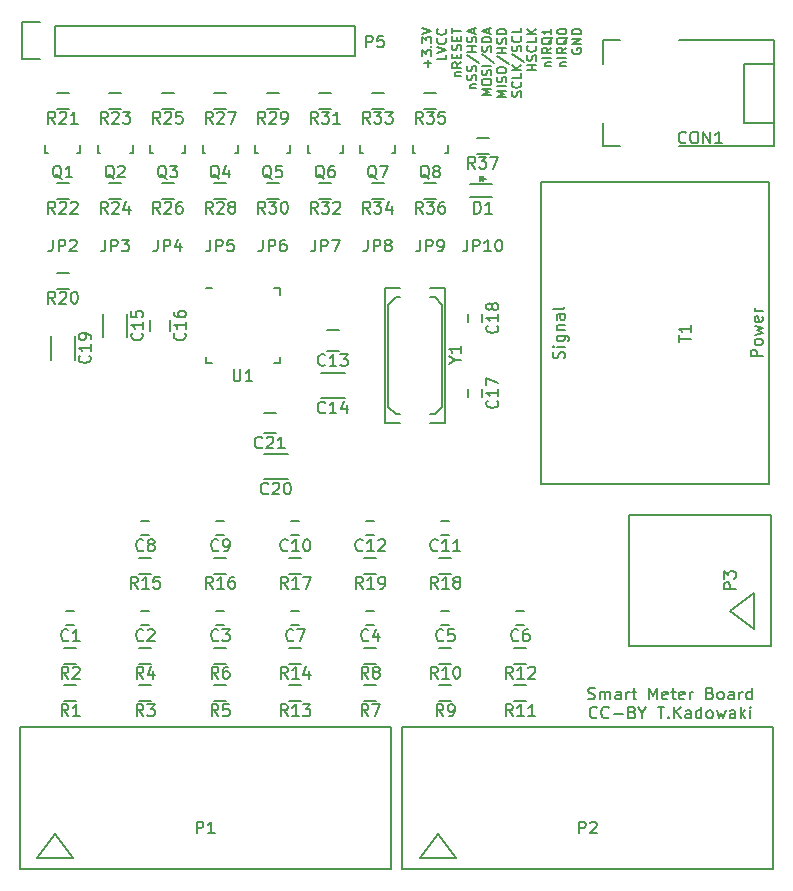
<source format=gto>
G04 #@! TF.FileFunction,Legend,Top*
%FSLAX46Y46*%
G04 Gerber Fmt 4.6, Leading zero omitted, Abs format (unit mm)*
G04 Created by KiCad (PCBNEW 4.0.2-stable) date Sunday, 28 August 2016 12:14:49*
%MOMM*%
G01*
G04 APERTURE LIST*
%ADD10C,0.100000*%
%ADD11C,0.200000*%
%ADD12C,0.150000*%
G04 APERTURE END LIST*
D10*
D11*
X146082618Y-113523762D02*
X146225475Y-113571381D01*
X146463571Y-113571381D01*
X146558809Y-113523762D01*
X146606428Y-113476143D01*
X146654047Y-113380905D01*
X146654047Y-113285667D01*
X146606428Y-113190429D01*
X146558809Y-113142810D01*
X146463571Y-113095190D01*
X146273094Y-113047571D01*
X146177856Y-112999952D01*
X146130237Y-112952333D01*
X146082618Y-112857095D01*
X146082618Y-112761857D01*
X146130237Y-112666619D01*
X146177856Y-112619000D01*
X146273094Y-112571381D01*
X146511190Y-112571381D01*
X146654047Y-112619000D01*
X147082618Y-113571381D02*
X147082618Y-112904714D01*
X147082618Y-112999952D02*
X147130237Y-112952333D01*
X147225475Y-112904714D01*
X147368333Y-112904714D01*
X147463571Y-112952333D01*
X147511190Y-113047571D01*
X147511190Y-113571381D01*
X147511190Y-113047571D02*
X147558809Y-112952333D01*
X147654047Y-112904714D01*
X147796904Y-112904714D01*
X147892142Y-112952333D01*
X147939761Y-113047571D01*
X147939761Y-113571381D01*
X148844523Y-113571381D02*
X148844523Y-113047571D01*
X148796904Y-112952333D01*
X148701666Y-112904714D01*
X148511189Y-112904714D01*
X148415951Y-112952333D01*
X148844523Y-113523762D02*
X148749285Y-113571381D01*
X148511189Y-113571381D01*
X148415951Y-113523762D01*
X148368332Y-113428524D01*
X148368332Y-113333286D01*
X148415951Y-113238048D01*
X148511189Y-113190429D01*
X148749285Y-113190429D01*
X148844523Y-113142810D01*
X149320713Y-113571381D02*
X149320713Y-112904714D01*
X149320713Y-113095190D02*
X149368332Y-112999952D01*
X149415951Y-112952333D01*
X149511189Y-112904714D01*
X149606428Y-112904714D01*
X149796904Y-112904714D02*
X150177856Y-112904714D01*
X149939761Y-112571381D02*
X149939761Y-113428524D01*
X149987380Y-113523762D01*
X150082618Y-113571381D01*
X150177856Y-113571381D01*
X151273095Y-113571381D02*
X151273095Y-112571381D01*
X151606429Y-113285667D01*
X151939762Y-112571381D01*
X151939762Y-113571381D01*
X152796905Y-113523762D02*
X152701667Y-113571381D01*
X152511190Y-113571381D01*
X152415952Y-113523762D01*
X152368333Y-113428524D01*
X152368333Y-113047571D01*
X152415952Y-112952333D01*
X152511190Y-112904714D01*
X152701667Y-112904714D01*
X152796905Y-112952333D01*
X152844524Y-113047571D01*
X152844524Y-113142810D01*
X152368333Y-113238048D01*
X153130238Y-112904714D02*
X153511190Y-112904714D01*
X153273095Y-112571381D02*
X153273095Y-113428524D01*
X153320714Y-113523762D01*
X153415952Y-113571381D01*
X153511190Y-113571381D01*
X154225477Y-113523762D02*
X154130239Y-113571381D01*
X153939762Y-113571381D01*
X153844524Y-113523762D01*
X153796905Y-113428524D01*
X153796905Y-113047571D01*
X153844524Y-112952333D01*
X153939762Y-112904714D01*
X154130239Y-112904714D01*
X154225477Y-112952333D01*
X154273096Y-113047571D01*
X154273096Y-113142810D01*
X153796905Y-113238048D01*
X154701667Y-113571381D02*
X154701667Y-112904714D01*
X154701667Y-113095190D02*
X154749286Y-112999952D01*
X154796905Y-112952333D01*
X154892143Y-112904714D01*
X154987382Y-112904714D01*
X156415954Y-113047571D02*
X156558811Y-113095190D01*
X156606430Y-113142810D01*
X156654049Y-113238048D01*
X156654049Y-113380905D01*
X156606430Y-113476143D01*
X156558811Y-113523762D01*
X156463573Y-113571381D01*
X156082620Y-113571381D01*
X156082620Y-112571381D01*
X156415954Y-112571381D01*
X156511192Y-112619000D01*
X156558811Y-112666619D01*
X156606430Y-112761857D01*
X156606430Y-112857095D01*
X156558811Y-112952333D01*
X156511192Y-112999952D01*
X156415954Y-113047571D01*
X156082620Y-113047571D01*
X157225477Y-113571381D02*
X157130239Y-113523762D01*
X157082620Y-113476143D01*
X157035001Y-113380905D01*
X157035001Y-113095190D01*
X157082620Y-112999952D01*
X157130239Y-112952333D01*
X157225477Y-112904714D01*
X157368335Y-112904714D01*
X157463573Y-112952333D01*
X157511192Y-112999952D01*
X157558811Y-113095190D01*
X157558811Y-113380905D01*
X157511192Y-113476143D01*
X157463573Y-113523762D01*
X157368335Y-113571381D01*
X157225477Y-113571381D01*
X158415954Y-113571381D02*
X158415954Y-113047571D01*
X158368335Y-112952333D01*
X158273097Y-112904714D01*
X158082620Y-112904714D01*
X157987382Y-112952333D01*
X158415954Y-113523762D02*
X158320716Y-113571381D01*
X158082620Y-113571381D01*
X157987382Y-113523762D01*
X157939763Y-113428524D01*
X157939763Y-113333286D01*
X157987382Y-113238048D01*
X158082620Y-113190429D01*
X158320716Y-113190429D01*
X158415954Y-113142810D01*
X158892144Y-113571381D02*
X158892144Y-112904714D01*
X158892144Y-113095190D02*
X158939763Y-112999952D01*
X158987382Y-112952333D01*
X159082620Y-112904714D01*
X159177859Y-112904714D01*
X159939764Y-113571381D02*
X159939764Y-112571381D01*
X159939764Y-113523762D02*
X159844526Y-113571381D01*
X159654049Y-113571381D01*
X159558811Y-113523762D01*
X159511192Y-113476143D01*
X159463573Y-113380905D01*
X159463573Y-113095190D01*
X159511192Y-112999952D01*
X159558811Y-112952333D01*
X159654049Y-112904714D01*
X159844526Y-112904714D01*
X159939764Y-112952333D01*
X146820715Y-115076143D02*
X146773096Y-115123762D01*
X146630239Y-115171381D01*
X146535001Y-115171381D01*
X146392143Y-115123762D01*
X146296905Y-115028524D01*
X146249286Y-114933286D01*
X146201667Y-114742810D01*
X146201667Y-114599952D01*
X146249286Y-114409476D01*
X146296905Y-114314238D01*
X146392143Y-114219000D01*
X146535001Y-114171381D01*
X146630239Y-114171381D01*
X146773096Y-114219000D01*
X146820715Y-114266619D01*
X147820715Y-115076143D02*
X147773096Y-115123762D01*
X147630239Y-115171381D01*
X147535001Y-115171381D01*
X147392143Y-115123762D01*
X147296905Y-115028524D01*
X147249286Y-114933286D01*
X147201667Y-114742810D01*
X147201667Y-114599952D01*
X147249286Y-114409476D01*
X147296905Y-114314238D01*
X147392143Y-114219000D01*
X147535001Y-114171381D01*
X147630239Y-114171381D01*
X147773096Y-114219000D01*
X147820715Y-114266619D01*
X148249286Y-114790429D02*
X149011191Y-114790429D01*
X149820715Y-114647571D02*
X149963572Y-114695190D01*
X150011191Y-114742810D01*
X150058810Y-114838048D01*
X150058810Y-114980905D01*
X150011191Y-115076143D01*
X149963572Y-115123762D01*
X149868334Y-115171381D01*
X149487381Y-115171381D01*
X149487381Y-114171381D01*
X149820715Y-114171381D01*
X149915953Y-114219000D01*
X149963572Y-114266619D01*
X150011191Y-114361857D01*
X150011191Y-114457095D01*
X149963572Y-114552333D01*
X149915953Y-114599952D01*
X149820715Y-114647571D01*
X149487381Y-114647571D01*
X150677857Y-114695190D02*
X150677857Y-115171381D01*
X150344524Y-114171381D02*
X150677857Y-114695190D01*
X151011191Y-114171381D01*
X151963572Y-114171381D02*
X152535001Y-114171381D01*
X152249286Y-115171381D02*
X152249286Y-114171381D01*
X152868334Y-115076143D02*
X152915953Y-115123762D01*
X152868334Y-115171381D01*
X152820715Y-115123762D01*
X152868334Y-115076143D01*
X152868334Y-115171381D01*
X153344524Y-115171381D02*
X153344524Y-114171381D01*
X153915953Y-115171381D02*
X153487381Y-114599952D01*
X153915953Y-114171381D02*
X153344524Y-114742810D01*
X154773096Y-115171381D02*
X154773096Y-114647571D01*
X154725477Y-114552333D01*
X154630239Y-114504714D01*
X154439762Y-114504714D01*
X154344524Y-114552333D01*
X154773096Y-115123762D02*
X154677858Y-115171381D01*
X154439762Y-115171381D01*
X154344524Y-115123762D01*
X154296905Y-115028524D01*
X154296905Y-114933286D01*
X154344524Y-114838048D01*
X154439762Y-114790429D01*
X154677858Y-114790429D01*
X154773096Y-114742810D01*
X155677858Y-115171381D02*
X155677858Y-114171381D01*
X155677858Y-115123762D02*
X155582620Y-115171381D01*
X155392143Y-115171381D01*
X155296905Y-115123762D01*
X155249286Y-115076143D01*
X155201667Y-114980905D01*
X155201667Y-114695190D01*
X155249286Y-114599952D01*
X155296905Y-114552333D01*
X155392143Y-114504714D01*
X155582620Y-114504714D01*
X155677858Y-114552333D01*
X156296905Y-115171381D02*
X156201667Y-115123762D01*
X156154048Y-115076143D01*
X156106429Y-114980905D01*
X156106429Y-114695190D01*
X156154048Y-114599952D01*
X156201667Y-114552333D01*
X156296905Y-114504714D01*
X156439763Y-114504714D01*
X156535001Y-114552333D01*
X156582620Y-114599952D01*
X156630239Y-114695190D01*
X156630239Y-114980905D01*
X156582620Y-115076143D01*
X156535001Y-115123762D01*
X156439763Y-115171381D01*
X156296905Y-115171381D01*
X156963572Y-114504714D02*
X157154048Y-115171381D01*
X157344525Y-114695190D01*
X157535001Y-115171381D01*
X157725477Y-114504714D01*
X158535001Y-115171381D02*
X158535001Y-114647571D01*
X158487382Y-114552333D01*
X158392144Y-114504714D01*
X158201667Y-114504714D01*
X158106429Y-114552333D01*
X158535001Y-115123762D02*
X158439763Y-115171381D01*
X158201667Y-115171381D01*
X158106429Y-115123762D01*
X158058810Y-115028524D01*
X158058810Y-114933286D01*
X158106429Y-114838048D01*
X158201667Y-114790429D01*
X158439763Y-114790429D01*
X158535001Y-114742810D01*
X159011191Y-115171381D02*
X159011191Y-114171381D01*
X159106429Y-114790429D02*
X159392144Y-115171381D01*
X159392144Y-114504714D02*
X159011191Y-114885667D01*
X159820715Y-115171381D02*
X159820715Y-114504714D01*
X159820715Y-114171381D02*
X159773096Y-114219000D01*
X159820715Y-114266619D01*
X159868334Y-114219000D01*
X159820715Y-114171381D01*
X159820715Y-114266619D01*
D12*
X132518143Y-60032476D02*
X132518143Y-59422952D01*
X132822905Y-59727714D02*
X132213381Y-59727714D01*
X132022905Y-59118190D02*
X132022905Y-58622952D01*
X132327667Y-58889619D01*
X132327667Y-58775333D01*
X132365762Y-58699143D01*
X132403857Y-58661047D01*
X132480048Y-58622952D01*
X132670524Y-58622952D01*
X132746714Y-58661047D01*
X132784810Y-58699143D01*
X132822905Y-58775333D01*
X132822905Y-59003905D01*
X132784810Y-59080095D01*
X132746714Y-59118190D01*
X132746714Y-58280095D02*
X132784810Y-58242000D01*
X132822905Y-58280095D01*
X132784810Y-58318190D01*
X132746714Y-58280095D01*
X132822905Y-58280095D01*
X132022905Y-57975333D02*
X132022905Y-57480095D01*
X132327667Y-57746762D01*
X132327667Y-57632476D01*
X132365762Y-57556286D01*
X132403857Y-57518190D01*
X132480048Y-57480095D01*
X132670524Y-57480095D01*
X132746714Y-57518190D01*
X132784810Y-57556286D01*
X132822905Y-57632476D01*
X132822905Y-57861048D01*
X132784810Y-57937238D01*
X132746714Y-57975333D01*
X132022905Y-57251524D02*
X132822905Y-56984857D01*
X132022905Y-56718190D01*
X134092905Y-59003904D02*
X134092905Y-59384857D01*
X133292905Y-59384857D01*
X133292905Y-58851524D02*
X134092905Y-58584857D01*
X133292905Y-58318190D01*
X134016714Y-57594381D02*
X134054810Y-57632476D01*
X134092905Y-57746762D01*
X134092905Y-57822952D01*
X134054810Y-57937238D01*
X133978619Y-58013429D01*
X133902429Y-58051524D01*
X133750048Y-58089619D01*
X133635762Y-58089619D01*
X133483381Y-58051524D01*
X133407190Y-58013429D01*
X133331000Y-57937238D01*
X133292905Y-57822952D01*
X133292905Y-57746762D01*
X133331000Y-57632476D01*
X133369095Y-57594381D01*
X134016714Y-56794381D02*
X134054810Y-56832476D01*
X134092905Y-56946762D01*
X134092905Y-57022952D01*
X134054810Y-57137238D01*
X133978619Y-57213429D01*
X133902429Y-57251524D01*
X133750048Y-57289619D01*
X133635762Y-57289619D01*
X133483381Y-57251524D01*
X133407190Y-57213429D01*
X133331000Y-57137238D01*
X133292905Y-57022952D01*
X133292905Y-56946762D01*
X133331000Y-56832476D01*
X133369095Y-56794381D01*
X134829571Y-60794383D02*
X135362905Y-60794383D01*
X134905762Y-60794383D02*
X134867667Y-60756288D01*
X134829571Y-60680097D01*
X134829571Y-60565811D01*
X134867667Y-60489621D01*
X134943857Y-60451526D01*
X135362905Y-60451526D01*
X135362905Y-59613430D02*
X134981952Y-59880097D01*
X135362905Y-60070573D02*
X134562905Y-60070573D01*
X134562905Y-59765811D01*
X134601000Y-59689620D01*
X134639095Y-59651525D01*
X134715286Y-59613430D01*
X134829571Y-59613430D01*
X134905762Y-59651525D01*
X134943857Y-59689620D01*
X134981952Y-59765811D01*
X134981952Y-60070573D01*
X134943857Y-59270573D02*
X134943857Y-59003906D01*
X135362905Y-58889620D02*
X135362905Y-59270573D01*
X134562905Y-59270573D01*
X134562905Y-58889620D01*
X135324810Y-58584858D02*
X135362905Y-58470572D01*
X135362905Y-58280096D01*
X135324810Y-58203906D01*
X135286714Y-58165810D01*
X135210524Y-58127715D01*
X135134333Y-58127715D01*
X135058143Y-58165810D01*
X135020048Y-58203906D01*
X134981952Y-58280096D01*
X134943857Y-58432477D01*
X134905762Y-58508668D01*
X134867667Y-58546763D01*
X134791476Y-58584858D01*
X134715286Y-58584858D01*
X134639095Y-58546763D01*
X134601000Y-58508668D01*
X134562905Y-58432477D01*
X134562905Y-58242001D01*
X134601000Y-58127715D01*
X134943857Y-57784858D02*
X134943857Y-57518191D01*
X135362905Y-57403905D02*
X135362905Y-57784858D01*
X134562905Y-57784858D01*
X134562905Y-57403905D01*
X134562905Y-57175334D02*
X134562905Y-56718191D01*
X135362905Y-56946762D02*
X134562905Y-56946762D01*
X136099571Y-61822953D02*
X136632905Y-61822953D01*
X136175762Y-61822953D02*
X136137667Y-61784858D01*
X136099571Y-61708667D01*
X136099571Y-61594381D01*
X136137667Y-61518191D01*
X136213857Y-61480096D01*
X136632905Y-61480096D01*
X136594810Y-61137238D02*
X136632905Y-61022952D01*
X136632905Y-60832476D01*
X136594810Y-60756286D01*
X136556714Y-60718190D01*
X136480524Y-60680095D01*
X136404333Y-60680095D01*
X136328143Y-60718190D01*
X136290048Y-60756286D01*
X136251952Y-60832476D01*
X136213857Y-60984857D01*
X136175762Y-61061048D01*
X136137667Y-61099143D01*
X136061476Y-61137238D01*
X135985286Y-61137238D01*
X135909095Y-61099143D01*
X135871000Y-61061048D01*
X135832905Y-60984857D01*
X135832905Y-60794381D01*
X135871000Y-60680095D01*
X136594810Y-60375333D02*
X136632905Y-60261047D01*
X136632905Y-60070571D01*
X136594810Y-59994381D01*
X136556714Y-59956285D01*
X136480524Y-59918190D01*
X136404333Y-59918190D01*
X136328143Y-59956285D01*
X136290048Y-59994381D01*
X136251952Y-60070571D01*
X136213857Y-60222952D01*
X136175762Y-60299143D01*
X136137667Y-60337238D01*
X136061476Y-60375333D01*
X135985286Y-60375333D01*
X135909095Y-60337238D01*
X135871000Y-60299143D01*
X135832905Y-60222952D01*
X135832905Y-60032476D01*
X135871000Y-59918190D01*
X135794810Y-59003904D02*
X136823381Y-59689619D01*
X136632905Y-58737238D02*
X135832905Y-58737238D01*
X136213857Y-58737238D02*
X136213857Y-58280095D01*
X136632905Y-58280095D02*
X135832905Y-58280095D01*
X136594810Y-57937238D02*
X136632905Y-57822952D01*
X136632905Y-57632476D01*
X136594810Y-57556286D01*
X136556714Y-57518190D01*
X136480524Y-57480095D01*
X136404333Y-57480095D01*
X136328143Y-57518190D01*
X136290048Y-57556286D01*
X136251952Y-57632476D01*
X136213857Y-57784857D01*
X136175762Y-57861048D01*
X136137667Y-57899143D01*
X136061476Y-57937238D01*
X135985286Y-57937238D01*
X135909095Y-57899143D01*
X135871000Y-57861048D01*
X135832905Y-57784857D01*
X135832905Y-57594381D01*
X135871000Y-57480095D01*
X136404333Y-57175333D02*
X136404333Y-56794381D01*
X136632905Y-57251524D02*
X135832905Y-56984857D01*
X136632905Y-56718190D01*
X137902905Y-62432476D02*
X137102905Y-62432476D01*
X137674333Y-62165809D01*
X137102905Y-61899142D01*
X137902905Y-61899142D01*
X137102905Y-61365809D02*
X137102905Y-61213428D01*
X137141000Y-61137237D01*
X137217190Y-61061047D01*
X137369571Y-61022952D01*
X137636238Y-61022952D01*
X137788619Y-61061047D01*
X137864810Y-61137237D01*
X137902905Y-61213428D01*
X137902905Y-61365809D01*
X137864810Y-61441999D01*
X137788619Y-61518190D01*
X137636238Y-61556285D01*
X137369571Y-61556285D01*
X137217190Y-61518190D01*
X137141000Y-61441999D01*
X137102905Y-61365809D01*
X137864810Y-60718190D02*
X137902905Y-60603904D01*
X137902905Y-60413428D01*
X137864810Y-60337238D01*
X137826714Y-60299142D01*
X137750524Y-60261047D01*
X137674333Y-60261047D01*
X137598143Y-60299142D01*
X137560048Y-60337238D01*
X137521952Y-60413428D01*
X137483857Y-60565809D01*
X137445762Y-60642000D01*
X137407667Y-60680095D01*
X137331476Y-60718190D01*
X137255286Y-60718190D01*
X137179095Y-60680095D01*
X137141000Y-60642000D01*
X137102905Y-60565809D01*
X137102905Y-60375333D01*
X137141000Y-60261047D01*
X137902905Y-59918190D02*
X137102905Y-59918190D01*
X137064810Y-58965809D02*
X138093381Y-59651524D01*
X137864810Y-58737238D02*
X137902905Y-58622952D01*
X137902905Y-58432476D01*
X137864810Y-58356286D01*
X137826714Y-58318190D01*
X137750524Y-58280095D01*
X137674333Y-58280095D01*
X137598143Y-58318190D01*
X137560048Y-58356286D01*
X137521952Y-58432476D01*
X137483857Y-58584857D01*
X137445762Y-58661048D01*
X137407667Y-58699143D01*
X137331476Y-58737238D01*
X137255286Y-58737238D01*
X137179095Y-58699143D01*
X137141000Y-58661048D01*
X137102905Y-58584857D01*
X137102905Y-58394381D01*
X137141000Y-58280095D01*
X137902905Y-57937238D02*
X137102905Y-57937238D01*
X137102905Y-57746762D01*
X137141000Y-57632476D01*
X137217190Y-57556285D01*
X137293381Y-57518190D01*
X137445762Y-57480095D01*
X137560048Y-57480095D01*
X137712429Y-57518190D01*
X137788619Y-57556285D01*
X137864810Y-57632476D01*
X137902905Y-57746762D01*
X137902905Y-57937238D01*
X137674333Y-57175333D02*
X137674333Y-56794381D01*
X137902905Y-57251524D02*
X137102905Y-56984857D01*
X137902905Y-56718190D01*
X139172905Y-62584857D02*
X138372905Y-62584857D01*
X138944333Y-62318190D01*
X138372905Y-62051523D01*
X139172905Y-62051523D01*
X139172905Y-61670571D02*
X138372905Y-61670571D01*
X139134810Y-61327714D02*
X139172905Y-61213428D01*
X139172905Y-61022952D01*
X139134810Y-60946762D01*
X139096714Y-60908666D01*
X139020524Y-60870571D01*
X138944333Y-60870571D01*
X138868143Y-60908666D01*
X138830048Y-60946762D01*
X138791952Y-61022952D01*
X138753857Y-61175333D01*
X138715762Y-61251524D01*
X138677667Y-61289619D01*
X138601476Y-61327714D01*
X138525286Y-61327714D01*
X138449095Y-61289619D01*
X138411000Y-61251524D01*
X138372905Y-61175333D01*
X138372905Y-60984857D01*
X138411000Y-60870571D01*
X138372905Y-60375333D02*
X138372905Y-60222952D01*
X138411000Y-60146761D01*
X138487190Y-60070571D01*
X138639571Y-60032476D01*
X138906238Y-60032476D01*
X139058619Y-60070571D01*
X139134810Y-60146761D01*
X139172905Y-60222952D01*
X139172905Y-60375333D01*
X139134810Y-60451523D01*
X139058619Y-60527714D01*
X138906238Y-60565809D01*
X138639571Y-60565809D01*
X138487190Y-60527714D01*
X138411000Y-60451523D01*
X138372905Y-60375333D01*
X138334810Y-59118190D02*
X139363381Y-59803905D01*
X139172905Y-58851524D02*
X138372905Y-58851524D01*
X138753857Y-58851524D02*
X138753857Y-58394381D01*
X139172905Y-58394381D02*
X138372905Y-58394381D01*
X139134810Y-58051524D02*
X139172905Y-57937238D01*
X139172905Y-57746762D01*
X139134810Y-57670572D01*
X139096714Y-57632476D01*
X139020524Y-57594381D01*
X138944333Y-57594381D01*
X138868143Y-57632476D01*
X138830048Y-57670572D01*
X138791952Y-57746762D01*
X138753857Y-57899143D01*
X138715762Y-57975334D01*
X138677667Y-58013429D01*
X138601476Y-58051524D01*
X138525286Y-58051524D01*
X138449095Y-58013429D01*
X138411000Y-57975334D01*
X138372905Y-57899143D01*
X138372905Y-57708667D01*
X138411000Y-57594381D01*
X139172905Y-57251524D02*
X138372905Y-57251524D01*
X138372905Y-57061048D01*
X138411000Y-56946762D01*
X138487190Y-56870571D01*
X138563381Y-56832476D01*
X138715762Y-56794381D01*
X138830048Y-56794381D01*
X138982429Y-56832476D01*
X139058619Y-56870571D01*
X139134810Y-56946762D01*
X139172905Y-57061048D01*
X139172905Y-57251524D01*
X140404810Y-62546762D02*
X140442905Y-62432476D01*
X140442905Y-62242000D01*
X140404810Y-62165810D01*
X140366714Y-62127714D01*
X140290524Y-62089619D01*
X140214333Y-62089619D01*
X140138143Y-62127714D01*
X140100048Y-62165810D01*
X140061952Y-62242000D01*
X140023857Y-62394381D01*
X139985762Y-62470572D01*
X139947667Y-62508667D01*
X139871476Y-62546762D01*
X139795286Y-62546762D01*
X139719095Y-62508667D01*
X139681000Y-62470572D01*
X139642905Y-62394381D01*
X139642905Y-62203905D01*
X139681000Y-62089619D01*
X140366714Y-61289619D02*
X140404810Y-61327714D01*
X140442905Y-61442000D01*
X140442905Y-61518190D01*
X140404810Y-61632476D01*
X140328619Y-61708667D01*
X140252429Y-61746762D01*
X140100048Y-61784857D01*
X139985762Y-61784857D01*
X139833381Y-61746762D01*
X139757190Y-61708667D01*
X139681000Y-61632476D01*
X139642905Y-61518190D01*
X139642905Y-61442000D01*
X139681000Y-61327714D01*
X139719095Y-61289619D01*
X140442905Y-60565809D02*
X140442905Y-60946762D01*
X139642905Y-60946762D01*
X140442905Y-60299143D02*
X139642905Y-60299143D01*
X140442905Y-59842000D02*
X139985762Y-60184857D01*
X139642905Y-59842000D02*
X140100048Y-60299143D01*
X139604810Y-58927714D02*
X140633381Y-59613429D01*
X140404810Y-58699143D02*
X140442905Y-58584857D01*
X140442905Y-58394381D01*
X140404810Y-58318191D01*
X140366714Y-58280095D01*
X140290524Y-58242000D01*
X140214333Y-58242000D01*
X140138143Y-58280095D01*
X140100048Y-58318191D01*
X140061952Y-58394381D01*
X140023857Y-58546762D01*
X139985762Y-58622953D01*
X139947667Y-58661048D01*
X139871476Y-58699143D01*
X139795286Y-58699143D01*
X139719095Y-58661048D01*
X139681000Y-58622953D01*
X139642905Y-58546762D01*
X139642905Y-58356286D01*
X139681000Y-58242000D01*
X140366714Y-57442000D02*
X140404810Y-57480095D01*
X140442905Y-57594381D01*
X140442905Y-57670571D01*
X140404810Y-57784857D01*
X140328619Y-57861048D01*
X140252429Y-57899143D01*
X140100048Y-57937238D01*
X139985762Y-57937238D01*
X139833381Y-57899143D01*
X139757190Y-57861048D01*
X139681000Y-57784857D01*
X139642905Y-57670571D01*
X139642905Y-57594381D01*
X139681000Y-57480095D01*
X139719095Y-57442000D01*
X140442905Y-56718190D02*
X140442905Y-57099143D01*
X139642905Y-57099143D01*
X141712905Y-60299143D02*
X140912905Y-60299143D01*
X141293857Y-60299143D02*
X141293857Y-59842000D01*
X141712905Y-59842000D02*
X140912905Y-59842000D01*
X141674810Y-59499143D02*
X141712905Y-59384857D01*
X141712905Y-59194381D01*
X141674810Y-59118191D01*
X141636714Y-59080095D01*
X141560524Y-59042000D01*
X141484333Y-59042000D01*
X141408143Y-59080095D01*
X141370048Y-59118191D01*
X141331952Y-59194381D01*
X141293857Y-59346762D01*
X141255762Y-59422953D01*
X141217667Y-59461048D01*
X141141476Y-59499143D01*
X141065286Y-59499143D01*
X140989095Y-59461048D01*
X140951000Y-59422953D01*
X140912905Y-59346762D01*
X140912905Y-59156286D01*
X140951000Y-59042000D01*
X141636714Y-58242000D02*
X141674810Y-58280095D01*
X141712905Y-58394381D01*
X141712905Y-58470571D01*
X141674810Y-58584857D01*
X141598619Y-58661048D01*
X141522429Y-58699143D01*
X141370048Y-58737238D01*
X141255762Y-58737238D01*
X141103381Y-58699143D01*
X141027190Y-58661048D01*
X140951000Y-58584857D01*
X140912905Y-58470571D01*
X140912905Y-58394381D01*
X140951000Y-58280095D01*
X140989095Y-58242000D01*
X141712905Y-57518190D02*
X141712905Y-57899143D01*
X140912905Y-57899143D01*
X141712905Y-57251524D02*
X140912905Y-57251524D01*
X141712905Y-56794381D02*
X141255762Y-57137238D01*
X140912905Y-56794381D02*
X141370048Y-57251524D01*
X142449571Y-59956286D02*
X142982905Y-59956286D01*
X142525762Y-59956286D02*
X142487667Y-59918191D01*
X142449571Y-59842000D01*
X142449571Y-59727714D01*
X142487667Y-59651524D01*
X142563857Y-59613429D01*
X142982905Y-59613429D01*
X142982905Y-59232476D02*
X142182905Y-59232476D01*
X142982905Y-58394381D02*
X142601952Y-58661048D01*
X142982905Y-58851524D02*
X142182905Y-58851524D01*
X142182905Y-58546762D01*
X142221000Y-58470571D01*
X142259095Y-58432476D01*
X142335286Y-58394381D01*
X142449571Y-58394381D01*
X142525762Y-58432476D01*
X142563857Y-58470571D01*
X142601952Y-58546762D01*
X142601952Y-58851524D01*
X143059095Y-57518190D02*
X143021000Y-57594381D01*
X142944810Y-57670571D01*
X142830524Y-57784857D01*
X142792429Y-57861048D01*
X142792429Y-57937238D01*
X142982905Y-57899143D02*
X142944810Y-57975333D01*
X142868619Y-58051524D01*
X142716238Y-58089619D01*
X142449571Y-58089619D01*
X142297190Y-58051524D01*
X142221000Y-57975333D01*
X142182905Y-57899143D01*
X142182905Y-57746762D01*
X142221000Y-57670571D01*
X142297190Y-57594381D01*
X142449571Y-57556286D01*
X142716238Y-57556286D01*
X142868619Y-57594381D01*
X142944810Y-57670571D01*
X142982905Y-57746762D01*
X142982905Y-57899143D01*
X142982905Y-56794381D02*
X142982905Y-57251524D01*
X142982905Y-57022953D02*
X142182905Y-57022953D01*
X142297190Y-57099143D01*
X142373381Y-57175334D01*
X142411476Y-57251524D01*
X143719571Y-59956286D02*
X144252905Y-59956286D01*
X143795762Y-59956286D02*
X143757667Y-59918191D01*
X143719571Y-59842000D01*
X143719571Y-59727714D01*
X143757667Y-59651524D01*
X143833857Y-59613429D01*
X144252905Y-59613429D01*
X144252905Y-59232476D02*
X143452905Y-59232476D01*
X144252905Y-58394381D02*
X143871952Y-58661048D01*
X144252905Y-58851524D02*
X143452905Y-58851524D01*
X143452905Y-58546762D01*
X143491000Y-58470571D01*
X143529095Y-58432476D01*
X143605286Y-58394381D01*
X143719571Y-58394381D01*
X143795762Y-58432476D01*
X143833857Y-58470571D01*
X143871952Y-58546762D01*
X143871952Y-58851524D01*
X144329095Y-57518190D02*
X144291000Y-57594381D01*
X144214810Y-57670571D01*
X144100524Y-57784857D01*
X144062429Y-57861048D01*
X144062429Y-57937238D01*
X144252905Y-57899143D02*
X144214810Y-57975333D01*
X144138619Y-58051524D01*
X143986238Y-58089619D01*
X143719571Y-58089619D01*
X143567190Y-58051524D01*
X143491000Y-57975333D01*
X143452905Y-57899143D01*
X143452905Y-57746762D01*
X143491000Y-57670571D01*
X143567190Y-57594381D01*
X143719571Y-57556286D01*
X143986238Y-57556286D01*
X144138619Y-57594381D01*
X144214810Y-57670571D01*
X144252905Y-57746762D01*
X144252905Y-57899143D01*
X143452905Y-57061048D02*
X143452905Y-56984857D01*
X143491000Y-56908667D01*
X143529095Y-56870572D01*
X143605286Y-56832476D01*
X143757667Y-56794381D01*
X143948143Y-56794381D01*
X144100524Y-56832476D01*
X144176714Y-56870572D01*
X144214810Y-56908667D01*
X144252905Y-56984857D01*
X144252905Y-57061048D01*
X144214810Y-57137238D01*
X144176714Y-57175334D01*
X144100524Y-57213429D01*
X143948143Y-57251524D01*
X143757667Y-57251524D01*
X143605286Y-57213429D01*
X143529095Y-57175334D01*
X143491000Y-57137238D01*
X143452905Y-57061048D01*
X144761000Y-58470571D02*
X144722905Y-58546762D01*
X144722905Y-58661047D01*
X144761000Y-58775333D01*
X144837190Y-58851524D01*
X144913381Y-58889619D01*
X145065762Y-58927714D01*
X145180048Y-58927714D01*
X145332429Y-58889619D01*
X145408619Y-58851524D01*
X145484810Y-58775333D01*
X145522905Y-58661047D01*
X145522905Y-58584857D01*
X145484810Y-58470571D01*
X145446714Y-58432476D01*
X145180048Y-58432476D01*
X145180048Y-58584857D01*
X145522905Y-58089619D02*
X144722905Y-58089619D01*
X145522905Y-57632476D01*
X144722905Y-57632476D01*
X145522905Y-57251524D02*
X144722905Y-57251524D01*
X144722905Y-57061048D01*
X144761000Y-56946762D01*
X144837190Y-56870571D01*
X144913381Y-56832476D01*
X145065762Y-56794381D01*
X145180048Y-56794381D01*
X145332429Y-56832476D01*
X145408619Y-56870571D01*
X145484810Y-56946762D01*
X145522905Y-57061048D01*
X145522905Y-57251524D01*
X147305000Y-66730000D02*
X148805000Y-66730000D01*
X161805000Y-59730000D02*
X159305000Y-59730000D01*
X159305000Y-59730000D02*
X159305000Y-64730000D01*
X159305000Y-64730000D02*
X161805000Y-64730000D01*
X147305000Y-59730000D02*
X147305000Y-57730000D01*
X147305000Y-66730000D02*
X147305000Y-64730000D01*
X147305000Y-57730000D02*
X148805000Y-57730000D01*
X161805000Y-66730000D02*
X153805000Y-66730000D01*
X161805000Y-57730000D02*
X153805000Y-57730000D01*
X161805000Y-57730000D02*
X161805000Y-66730000D01*
X136060000Y-71035000D02*
X137960000Y-71035000D01*
X136060000Y-69935000D02*
X137960000Y-69935000D01*
X136960000Y-69469000D02*
X137410000Y-69469000D01*
X136910000Y-69219000D02*
X136910000Y-69719000D01*
X136910000Y-69469000D02*
X137160000Y-69219000D01*
X137160000Y-69219000D02*
X137160000Y-69719000D01*
X137160000Y-69719000D02*
X136910000Y-69469000D01*
X121635000Y-107280000D02*
X120935000Y-107280000D01*
X120935000Y-106080000D02*
X121635000Y-106080000D01*
X121785000Y-110530000D02*
X120785000Y-110530000D01*
X120785000Y-109180000D02*
X121785000Y-109180000D01*
X120785000Y-112355000D02*
X121785000Y-112355000D01*
X121785000Y-113705000D02*
X120785000Y-113705000D01*
X102625000Y-84820000D02*
X102625000Y-82820000D01*
X100575000Y-82820000D02*
X100575000Y-84820000D01*
X137660000Y-67350000D02*
X136660000Y-67350000D01*
X136660000Y-66000000D02*
X137660000Y-66000000D01*
X125460000Y-85970000D02*
X123460000Y-85970000D01*
X123460000Y-88020000D02*
X125460000Y-88020000D01*
X124960000Y-82335000D02*
X123960000Y-82335000D01*
X123960000Y-84035000D02*
X124960000Y-84035000D01*
X120634000Y-92828000D02*
X118634000Y-92828000D01*
X118634000Y-94878000D02*
X120634000Y-94878000D01*
X119626000Y-89320000D02*
X118626000Y-89320000D01*
X118626000Y-91020000D02*
X119626000Y-91020000D01*
X135925000Y-87980000D02*
X135925000Y-87280000D01*
X137125000Y-87280000D02*
X137125000Y-87980000D01*
X100965000Y-56515000D02*
X126365000Y-56515000D01*
X126365000Y-56515000D02*
X126365000Y-59055000D01*
X126365000Y-59055000D02*
X100965000Y-59055000D01*
X98145000Y-56235000D02*
X99695000Y-56235000D01*
X100965000Y-56515000D02*
X100965000Y-59055000D01*
X99695000Y-59335000D02*
X98145000Y-59335000D01*
X98145000Y-59335000D02*
X98145000Y-56235000D01*
X119990000Y-78765000D02*
X119990000Y-79290000D01*
X113690000Y-85065000D02*
X113690000Y-84540000D01*
X119990000Y-85065000D02*
X119990000Y-84540000D01*
X113690000Y-78765000D02*
X114215000Y-78765000D01*
X113690000Y-85065000D02*
X114215000Y-85065000D01*
X119990000Y-85065000D02*
X119465000Y-85065000D01*
X119990000Y-78765000D02*
X119465000Y-78765000D01*
X133096000Y-79502000D02*
X132715000Y-79502000D01*
X129794000Y-79502000D02*
X130175000Y-79502000D01*
X129794000Y-89408000D02*
X130175000Y-89408000D01*
X133096000Y-89408000D02*
X132715000Y-89408000D01*
X133985000Y-90170000D02*
X132715000Y-90170000D01*
X128905000Y-90170000D02*
X130175000Y-90170000D01*
X128905000Y-78740000D02*
X130175000Y-78740000D01*
X133985000Y-78740000D02*
X132715000Y-78740000D01*
X129794000Y-79502000D02*
X129159000Y-80137000D01*
X129159000Y-80137000D02*
X129159000Y-88773000D01*
X129159000Y-88773000D02*
X129794000Y-89408000D01*
X133096000Y-89408000D02*
X133731000Y-88773000D01*
X133731000Y-88773000D02*
X133731000Y-80137000D01*
X133731000Y-80137000D02*
X133096000Y-79502000D01*
X128905000Y-90170000D02*
X128905000Y-78740000D01*
X133985000Y-78740000D02*
X133985000Y-90170000D01*
X102100000Y-78780000D02*
X101100000Y-78780000D01*
X101100000Y-77430000D02*
X102100000Y-77430000D01*
X99441000Y-127000000D02*
X102489000Y-127000000D01*
X100965000Y-124968000D02*
X102489000Y-127000000D01*
X100965000Y-124968000D02*
X99441000Y-127000000D01*
X129365000Y-115920000D02*
X97965000Y-115920000D01*
X97965000Y-115920000D02*
X97965000Y-127920000D01*
X97965000Y-127920000D02*
X129365000Y-127920000D01*
X129365000Y-127920000D02*
X129365000Y-115920000D01*
X131826000Y-127000000D02*
X134874000Y-127000000D01*
X133350000Y-124968000D02*
X134874000Y-127000000D01*
X133350000Y-124968000D02*
X131826000Y-127000000D01*
X161750000Y-115920000D02*
X130350000Y-115920000D01*
X130350000Y-115920000D02*
X130350000Y-127920000D01*
X130350000Y-127920000D02*
X161750000Y-127920000D01*
X161750000Y-127920000D02*
X161750000Y-115920000D01*
X158115000Y-106045000D02*
X160147000Y-104521000D01*
X160147000Y-104521000D02*
X160147000Y-107569000D01*
X158115000Y-106045000D02*
X160147000Y-107569000D01*
X161575000Y-109045000D02*
X149575000Y-109045000D01*
X161575000Y-97965000D02*
X161575000Y-109045000D01*
X149575000Y-97965000D02*
X161575000Y-97965000D01*
X149575000Y-109045000D02*
X149575000Y-97965000D01*
X100300840Y-67325240D02*
X100349100Y-67325240D01*
X103099820Y-66624200D02*
X103099820Y-67325240D01*
X103099820Y-67325240D02*
X102850900Y-67325240D01*
X100300840Y-67325240D02*
X100100180Y-67325240D01*
X100100180Y-67325240D02*
X100100180Y-66624200D01*
X104745840Y-67325240D02*
X104794100Y-67325240D01*
X107544820Y-66624200D02*
X107544820Y-67325240D01*
X107544820Y-67325240D02*
X107295900Y-67325240D01*
X104745840Y-67325240D02*
X104545180Y-67325240D01*
X104545180Y-67325240D02*
X104545180Y-66624200D01*
X109190840Y-67325240D02*
X109239100Y-67325240D01*
X111989820Y-66624200D02*
X111989820Y-67325240D01*
X111989820Y-67325240D02*
X111740900Y-67325240D01*
X109190840Y-67325240D02*
X108990180Y-67325240D01*
X108990180Y-67325240D02*
X108990180Y-66624200D01*
X113635840Y-67325240D02*
X113684100Y-67325240D01*
X116434820Y-66624200D02*
X116434820Y-67325240D01*
X116434820Y-67325240D02*
X116185900Y-67325240D01*
X113635840Y-67325240D02*
X113435180Y-67325240D01*
X113435180Y-67325240D02*
X113435180Y-66624200D01*
X118080840Y-67325240D02*
X118129100Y-67325240D01*
X120879820Y-66624200D02*
X120879820Y-67325240D01*
X120879820Y-67325240D02*
X120630900Y-67325240D01*
X118080840Y-67325240D02*
X117880180Y-67325240D01*
X117880180Y-67325240D02*
X117880180Y-66624200D01*
X101735000Y-112355000D02*
X102735000Y-112355000D01*
X102735000Y-113705000D02*
X101735000Y-113705000D01*
X108085000Y-112355000D02*
X109085000Y-112355000D01*
X109085000Y-113705000D02*
X108085000Y-113705000D01*
X114435000Y-112355000D02*
X115435000Y-112355000D01*
X115435000Y-113705000D02*
X114435000Y-113705000D01*
X127135000Y-112355000D02*
X128135000Y-112355000D01*
X128135000Y-113705000D02*
X127135000Y-113705000D01*
X133485000Y-112355000D02*
X134485000Y-112355000D01*
X134485000Y-113705000D02*
X133485000Y-113705000D01*
X139835000Y-112355000D02*
X140835000Y-112355000D01*
X140835000Y-113705000D02*
X139835000Y-113705000D01*
X101735000Y-109180000D02*
X102735000Y-109180000D01*
X102735000Y-110530000D02*
X101735000Y-110530000D01*
X108085000Y-109180000D02*
X109085000Y-109180000D01*
X109085000Y-110530000D02*
X108085000Y-110530000D01*
X114435000Y-109180000D02*
X115435000Y-109180000D01*
X115435000Y-110530000D02*
X114435000Y-110530000D01*
X127135000Y-109180000D02*
X128135000Y-109180000D01*
X128135000Y-110530000D02*
X127135000Y-110530000D01*
X133485000Y-109180000D02*
X134485000Y-109180000D01*
X134485000Y-110530000D02*
X133485000Y-110530000D01*
X139835000Y-109180000D02*
X140835000Y-109180000D01*
X140835000Y-110530000D02*
X139835000Y-110530000D01*
X108085000Y-101560000D02*
X109085000Y-101560000D01*
X109085000Y-102910000D02*
X108085000Y-102910000D01*
X114435000Y-101560000D02*
X115435000Y-101560000D01*
X115435000Y-102910000D02*
X114435000Y-102910000D01*
X120785000Y-101560000D02*
X121785000Y-101560000D01*
X121785000Y-102910000D02*
X120785000Y-102910000D01*
X133485000Y-101560000D02*
X134485000Y-101560000D01*
X134485000Y-102910000D02*
X133485000Y-102910000D01*
X127135000Y-101560000D02*
X128135000Y-101560000D01*
X128135000Y-102910000D02*
X127135000Y-102910000D01*
X101100000Y-62190000D02*
X102100000Y-62190000D01*
X102100000Y-63540000D02*
X101100000Y-63540000D01*
X105545000Y-62190000D02*
X106545000Y-62190000D01*
X106545000Y-63540000D02*
X105545000Y-63540000D01*
X109990000Y-62190000D02*
X110990000Y-62190000D01*
X110990000Y-63540000D02*
X109990000Y-63540000D01*
X114435000Y-62190000D02*
X115435000Y-62190000D01*
X115435000Y-63540000D02*
X114435000Y-63540000D01*
X118880000Y-62190000D02*
X119880000Y-62190000D01*
X119880000Y-63540000D02*
X118880000Y-63540000D01*
X101100000Y-69810000D02*
X102100000Y-69810000D01*
X102100000Y-71160000D02*
X101100000Y-71160000D01*
X105545000Y-69810000D02*
X106545000Y-69810000D01*
X106545000Y-71160000D02*
X105545000Y-71160000D01*
X109990000Y-69810000D02*
X110990000Y-69810000D01*
X110990000Y-71160000D02*
X109990000Y-71160000D01*
X114435000Y-69810000D02*
X115435000Y-69810000D01*
X115435000Y-71160000D02*
X114435000Y-71160000D01*
X118880000Y-69810000D02*
X119880000Y-69810000D01*
X119880000Y-71160000D02*
X118880000Y-71160000D01*
X142115000Y-95300000D02*
X142115000Y-69800000D01*
X142115000Y-69800000D02*
X161415000Y-69800000D01*
X161415000Y-69800000D02*
X161415000Y-95300000D01*
X161415000Y-95300000D02*
X142115000Y-95300000D01*
X122525840Y-67325240D02*
X122574100Y-67325240D01*
X125324820Y-66624200D02*
X125324820Y-67325240D01*
X125324820Y-67325240D02*
X125075900Y-67325240D01*
X122525840Y-67325240D02*
X122325180Y-67325240D01*
X122325180Y-67325240D02*
X122325180Y-66624200D01*
X126970840Y-67325240D02*
X127019100Y-67325240D01*
X129769820Y-66624200D02*
X129769820Y-67325240D01*
X129769820Y-67325240D02*
X129520900Y-67325240D01*
X126970840Y-67325240D02*
X126770180Y-67325240D01*
X126770180Y-67325240D02*
X126770180Y-66624200D01*
X131415840Y-67325240D02*
X131464100Y-67325240D01*
X134214820Y-66624200D02*
X134214820Y-67325240D01*
X134214820Y-67325240D02*
X133965900Y-67325240D01*
X131415840Y-67325240D02*
X131215180Y-67325240D01*
X131215180Y-67325240D02*
X131215180Y-66624200D01*
X123325000Y-62190000D02*
X124325000Y-62190000D01*
X124325000Y-63540000D02*
X123325000Y-63540000D01*
X123325000Y-69810000D02*
X124325000Y-69810000D01*
X124325000Y-71160000D02*
X123325000Y-71160000D01*
X127770000Y-62190000D02*
X128770000Y-62190000D01*
X128770000Y-63540000D02*
X127770000Y-63540000D01*
X127770000Y-69810000D02*
X128770000Y-69810000D01*
X128770000Y-71160000D02*
X127770000Y-71160000D01*
X132215000Y-62190000D02*
X133215000Y-62190000D01*
X133215000Y-63540000D02*
X132215000Y-63540000D01*
X132215000Y-69810000D02*
X133215000Y-69810000D01*
X133215000Y-71160000D02*
X132215000Y-71160000D01*
X102585000Y-107280000D02*
X101885000Y-107280000D01*
X101885000Y-106080000D02*
X102585000Y-106080000D01*
X108935000Y-107280000D02*
X108235000Y-107280000D01*
X108235000Y-106080000D02*
X108935000Y-106080000D01*
X115285000Y-107280000D02*
X114585000Y-107280000D01*
X114585000Y-106080000D02*
X115285000Y-106080000D01*
X127985000Y-107280000D02*
X127285000Y-107280000D01*
X127285000Y-106080000D02*
X127985000Y-106080000D01*
X134335000Y-107280000D02*
X133635000Y-107280000D01*
X133635000Y-106080000D02*
X134335000Y-106080000D01*
X140685000Y-107280000D02*
X139985000Y-107280000D01*
X139985000Y-106080000D02*
X140685000Y-106080000D01*
X108935000Y-99660000D02*
X108235000Y-99660000D01*
X108235000Y-98460000D02*
X108935000Y-98460000D01*
X115285000Y-99660000D02*
X114585000Y-99660000D01*
X114585000Y-98460000D02*
X115285000Y-98460000D01*
X121635000Y-99660000D02*
X120935000Y-99660000D01*
X120935000Y-98460000D02*
X121635000Y-98460000D01*
X134335000Y-99660000D02*
X133635000Y-99660000D01*
X133635000Y-98460000D02*
X134335000Y-98460000D01*
X127985000Y-99660000D02*
X127285000Y-99660000D01*
X127285000Y-98460000D02*
X127985000Y-98460000D01*
X107070000Y-82915000D02*
X107070000Y-80915000D01*
X105020000Y-80915000D02*
X105020000Y-82915000D01*
X110705000Y-82415000D02*
X110705000Y-81415000D01*
X109005000Y-81415000D02*
X109005000Y-82415000D01*
X137125000Y-80930000D02*
X137125000Y-81630000D01*
X135925000Y-81630000D02*
X135925000Y-80930000D01*
X154360715Y-66397143D02*
X154313096Y-66444762D01*
X154170239Y-66492381D01*
X154075001Y-66492381D01*
X153932143Y-66444762D01*
X153836905Y-66349524D01*
X153789286Y-66254286D01*
X153741667Y-66063810D01*
X153741667Y-65920952D01*
X153789286Y-65730476D01*
X153836905Y-65635238D01*
X153932143Y-65540000D01*
X154075001Y-65492381D01*
X154170239Y-65492381D01*
X154313096Y-65540000D01*
X154360715Y-65587619D01*
X154979762Y-65492381D02*
X155170239Y-65492381D01*
X155265477Y-65540000D01*
X155360715Y-65635238D01*
X155408334Y-65825714D01*
X155408334Y-66159048D01*
X155360715Y-66349524D01*
X155265477Y-66444762D01*
X155170239Y-66492381D01*
X154979762Y-66492381D01*
X154884524Y-66444762D01*
X154789286Y-66349524D01*
X154741667Y-66159048D01*
X154741667Y-65825714D01*
X154789286Y-65635238D01*
X154884524Y-65540000D01*
X154979762Y-65492381D01*
X155836905Y-66492381D02*
X155836905Y-65492381D01*
X156408334Y-66492381D01*
X156408334Y-65492381D01*
X157408334Y-66492381D02*
X156836905Y-66492381D01*
X157122619Y-66492381D02*
X157122619Y-65492381D01*
X157027381Y-65635238D01*
X156932143Y-65730476D01*
X156836905Y-65778095D01*
X136421905Y-72437381D02*
X136421905Y-71437381D01*
X136660000Y-71437381D01*
X136802858Y-71485000D01*
X136898096Y-71580238D01*
X136945715Y-71675476D01*
X136993334Y-71865952D01*
X136993334Y-72008810D01*
X136945715Y-72199286D01*
X136898096Y-72294524D01*
X136802858Y-72389762D01*
X136660000Y-72437381D01*
X136421905Y-72437381D01*
X137945715Y-72437381D02*
X137374286Y-72437381D01*
X137660000Y-72437381D02*
X137660000Y-71437381D01*
X137564762Y-71580238D01*
X137469524Y-71675476D01*
X137374286Y-71723095D01*
X121118334Y-108537143D02*
X121070715Y-108584762D01*
X120927858Y-108632381D01*
X120832620Y-108632381D01*
X120689762Y-108584762D01*
X120594524Y-108489524D01*
X120546905Y-108394286D01*
X120499286Y-108203810D01*
X120499286Y-108060952D01*
X120546905Y-107870476D01*
X120594524Y-107775238D01*
X120689762Y-107680000D01*
X120832620Y-107632381D01*
X120927858Y-107632381D01*
X121070715Y-107680000D01*
X121118334Y-107727619D01*
X121451667Y-107632381D02*
X122118334Y-107632381D01*
X121689762Y-108632381D01*
X120642143Y-111807381D02*
X120308809Y-111331190D01*
X120070714Y-111807381D02*
X120070714Y-110807381D01*
X120451667Y-110807381D01*
X120546905Y-110855000D01*
X120594524Y-110902619D01*
X120642143Y-110997857D01*
X120642143Y-111140714D01*
X120594524Y-111235952D01*
X120546905Y-111283571D01*
X120451667Y-111331190D01*
X120070714Y-111331190D01*
X121594524Y-111807381D02*
X121023095Y-111807381D01*
X121308809Y-111807381D02*
X121308809Y-110807381D01*
X121213571Y-110950238D01*
X121118333Y-111045476D01*
X121023095Y-111093095D01*
X122451667Y-111140714D02*
X122451667Y-111807381D01*
X122213571Y-110759762D02*
X121975476Y-111474048D01*
X122594524Y-111474048D01*
X120642143Y-114982381D02*
X120308809Y-114506190D01*
X120070714Y-114982381D02*
X120070714Y-113982381D01*
X120451667Y-113982381D01*
X120546905Y-114030000D01*
X120594524Y-114077619D01*
X120642143Y-114172857D01*
X120642143Y-114315714D01*
X120594524Y-114410952D01*
X120546905Y-114458571D01*
X120451667Y-114506190D01*
X120070714Y-114506190D01*
X121594524Y-114982381D02*
X121023095Y-114982381D01*
X121308809Y-114982381D02*
X121308809Y-113982381D01*
X121213571Y-114125238D01*
X121118333Y-114220476D01*
X121023095Y-114268095D01*
X121927857Y-113982381D02*
X122546905Y-113982381D01*
X122213571Y-114363333D01*
X122356429Y-114363333D01*
X122451667Y-114410952D01*
X122499286Y-114458571D01*
X122546905Y-114553810D01*
X122546905Y-114791905D01*
X122499286Y-114887143D01*
X122451667Y-114934762D01*
X122356429Y-114982381D01*
X122070714Y-114982381D01*
X121975476Y-114934762D01*
X121927857Y-114887143D01*
X103857143Y-84462857D02*
X103904762Y-84510476D01*
X103952381Y-84653333D01*
X103952381Y-84748571D01*
X103904762Y-84891429D01*
X103809524Y-84986667D01*
X103714286Y-85034286D01*
X103523810Y-85081905D01*
X103380952Y-85081905D01*
X103190476Y-85034286D01*
X103095238Y-84986667D01*
X103000000Y-84891429D01*
X102952381Y-84748571D01*
X102952381Y-84653333D01*
X103000000Y-84510476D01*
X103047619Y-84462857D01*
X103952381Y-83510476D02*
X103952381Y-84081905D01*
X103952381Y-83796191D02*
X102952381Y-83796191D01*
X103095238Y-83891429D01*
X103190476Y-83986667D01*
X103238095Y-84081905D01*
X103952381Y-83034286D02*
X103952381Y-82843810D01*
X103904762Y-82748571D01*
X103857143Y-82700952D01*
X103714286Y-82605714D01*
X103523810Y-82558095D01*
X103142857Y-82558095D01*
X103047619Y-82605714D01*
X103000000Y-82653333D01*
X102952381Y-82748571D01*
X102952381Y-82939048D01*
X103000000Y-83034286D01*
X103047619Y-83081905D01*
X103142857Y-83129524D01*
X103380952Y-83129524D01*
X103476190Y-83081905D01*
X103523810Y-83034286D01*
X103571429Y-82939048D01*
X103571429Y-82748571D01*
X103523810Y-82653333D01*
X103476190Y-82605714D01*
X103380952Y-82558095D01*
X136517143Y-68627381D02*
X136183809Y-68151190D01*
X135945714Y-68627381D02*
X135945714Y-67627381D01*
X136326667Y-67627381D01*
X136421905Y-67675000D01*
X136469524Y-67722619D01*
X136517143Y-67817857D01*
X136517143Y-67960714D01*
X136469524Y-68055952D01*
X136421905Y-68103571D01*
X136326667Y-68151190D01*
X135945714Y-68151190D01*
X136850476Y-67627381D02*
X137469524Y-67627381D01*
X137136190Y-68008333D01*
X137279048Y-68008333D01*
X137374286Y-68055952D01*
X137421905Y-68103571D01*
X137469524Y-68198810D01*
X137469524Y-68436905D01*
X137421905Y-68532143D01*
X137374286Y-68579762D01*
X137279048Y-68627381D01*
X136993333Y-68627381D01*
X136898095Y-68579762D01*
X136850476Y-68532143D01*
X137802857Y-67627381D02*
X138469524Y-67627381D01*
X138040952Y-68627381D01*
X123817143Y-89252143D02*
X123769524Y-89299762D01*
X123626667Y-89347381D01*
X123531429Y-89347381D01*
X123388571Y-89299762D01*
X123293333Y-89204524D01*
X123245714Y-89109286D01*
X123198095Y-88918810D01*
X123198095Y-88775952D01*
X123245714Y-88585476D01*
X123293333Y-88490238D01*
X123388571Y-88395000D01*
X123531429Y-88347381D01*
X123626667Y-88347381D01*
X123769524Y-88395000D01*
X123817143Y-88442619D01*
X124769524Y-89347381D02*
X124198095Y-89347381D01*
X124483809Y-89347381D02*
X124483809Y-88347381D01*
X124388571Y-88490238D01*
X124293333Y-88585476D01*
X124198095Y-88633095D01*
X125626667Y-88680714D02*
X125626667Y-89347381D01*
X125388571Y-88299762D02*
X125150476Y-89014048D01*
X125769524Y-89014048D01*
X123817143Y-85242143D02*
X123769524Y-85289762D01*
X123626667Y-85337381D01*
X123531429Y-85337381D01*
X123388571Y-85289762D01*
X123293333Y-85194524D01*
X123245714Y-85099286D01*
X123198095Y-84908810D01*
X123198095Y-84765952D01*
X123245714Y-84575476D01*
X123293333Y-84480238D01*
X123388571Y-84385000D01*
X123531429Y-84337381D01*
X123626667Y-84337381D01*
X123769524Y-84385000D01*
X123817143Y-84432619D01*
X124769524Y-85337381D02*
X124198095Y-85337381D01*
X124483809Y-85337381D02*
X124483809Y-84337381D01*
X124388571Y-84480238D01*
X124293333Y-84575476D01*
X124198095Y-84623095D01*
X125102857Y-84337381D02*
X125721905Y-84337381D01*
X125388571Y-84718333D01*
X125531429Y-84718333D01*
X125626667Y-84765952D01*
X125674286Y-84813571D01*
X125721905Y-84908810D01*
X125721905Y-85146905D01*
X125674286Y-85242143D01*
X125626667Y-85289762D01*
X125531429Y-85337381D01*
X125245714Y-85337381D01*
X125150476Y-85289762D01*
X125102857Y-85242143D01*
X118991143Y-96110143D02*
X118943524Y-96157762D01*
X118800667Y-96205381D01*
X118705429Y-96205381D01*
X118562571Y-96157762D01*
X118467333Y-96062524D01*
X118419714Y-95967286D01*
X118372095Y-95776810D01*
X118372095Y-95633952D01*
X118419714Y-95443476D01*
X118467333Y-95348238D01*
X118562571Y-95253000D01*
X118705429Y-95205381D01*
X118800667Y-95205381D01*
X118943524Y-95253000D01*
X118991143Y-95300619D01*
X119372095Y-95300619D02*
X119419714Y-95253000D01*
X119514952Y-95205381D01*
X119753048Y-95205381D01*
X119848286Y-95253000D01*
X119895905Y-95300619D01*
X119943524Y-95395857D01*
X119943524Y-95491095D01*
X119895905Y-95633952D01*
X119324476Y-96205381D01*
X119943524Y-96205381D01*
X120562571Y-95205381D02*
X120657810Y-95205381D01*
X120753048Y-95253000D01*
X120800667Y-95300619D01*
X120848286Y-95395857D01*
X120895905Y-95586333D01*
X120895905Y-95824429D01*
X120848286Y-96014905D01*
X120800667Y-96110143D01*
X120753048Y-96157762D01*
X120657810Y-96205381D01*
X120562571Y-96205381D01*
X120467333Y-96157762D01*
X120419714Y-96110143D01*
X120372095Y-96014905D01*
X120324476Y-95824429D01*
X120324476Y-95586333D01*
X120372095Y-95395857D01*
X120419714Y-95300619D01*
X120467333Y-95253000D01*
X120562571Y-95205381D01*
X118483143Y-92227143D02*
X118435524Y-92274762D01*
X118292667Y-92322381D01*
X118197429Y-92322381D01*
X118054571Y-92274762D01*
X117959333Y-92179524D01*
X117911714Y-92084286D01*
X117864095Y-91893810D01*
X117864095Y-91750952D01*
X117911714Y-91560476D01*
X117959333Y-91465238D01*
X118054571Y-91370000D01*
X118197429Y-91322381D01*
X118292667Y-91322381D01*
X118435524Y-91370000D01*
X118483143Y-91417619D01*
X118864095Y-91417619D02*
X118911714Y-91370000D01*
X119006952Y-91322381D01*
X119245048Y-91322381D01*
X119340286Y-91370000D01*
X119387905Y-91417619D01*
X119435524Y-91512857D01*
X119435524Y-91608095D01*
X119387905Y-91750952D01*
X118816476Y-92322381D01*
X119435524Y-92322381D01*
X120387905Y-92322381D02*
X119816476Y-92322381D01*
X120102190Y-92322381D02*
X120102190Y-91322381D01*
X120006952Y-91465238D01*
X119911714Y-91560476D01*
X119816476Y-91608095D01*
X138382143Y-88272857D02*
X138429762Y-88320476D01*
X138477381Y-88463333D01*
X138477381Y-88558571D01*
X138429762Y-88701429D01*
X138334524Y-88796667D01*
X138239286Y-88844286D01*
X138048810Y-88891905D01*
X137905952Y-88891905D01*
X137715476Y-88844286D01*
X137620238Y-88796667D01*
X137525000Y-88701429D01*
X137477381Y-88558571D01*
X137477381Y-88463333D01*
X137525000Y-88320476D01*
X137572619Y-88272857D01*
X138477381Y-87320476D02*
X138477381Y-87891905D01*
X138477381Y-87606191D02*
X137477381Y-87606191D01*
X137620238Y-87701429D01*
X137715476Y-87796667D01*
X137763095Y-87891905D01*
X137477381Y-86987143D02*
X137477381Y-86320476D01*
X138477381Y-86749048D01*
X135850477Y-74636381D02*
X135850477Y-75350667D01*
X135802857Y-75493524D01*
X135707619Y-75588762D01*
X135564762Y-75636381D01*
X135469524Y-75636381D01*
X136326667Y-75636381D02*
X136326667Y-74636381D01*
X136707620Y-74636381D01*
X136802858Y-74684000D01*
X136850477Y-74731619D01*
X136898096Y-74826857D01*
X136898096Y-74969714D01*
X136850477Y-75064952D01*
X136802858Y-75112571D01*
X136707620Y-75160190D01*
X136326667Y-75160190D01*
X137850477Y-75636381D02*
X137279048Y-75636381D01*
X137564762Y-75636381D02*
X137564762Y-74636381D01*
X137469524Y-74779238D01*
X137374286Y-74874476D01*
X137279048Y-74922095D01*
X138469524Y-74636381D02*
X138564763Y-74636381D01*
X138660001Y-74684000D01*
X138707620Y-74731619D01*
X138755239Y-74826857D01*
X138802858Y-75017333D01*
X138802858Y-75255429D01*
X138755239Y-75445905D01*
X138707620Y-75541143D01*
X138660001Y-75588762D01*
X138564763Y-75636381D01*
X138469524Y-75636381D01*
X138374286Y-75588762D01*
X138326667Y-75541143D01*
X138279048Y-75445905D01*
X138231429Y-75255429D01*
X138231429Y-75017333D01*
X138279048Y-74826857D01*
X138326667Y-74731619D01*
X138374286Y-74684000D01*
X138469524Y-74636381D01*
X127277905Y-58364381D02*
X127277905Y-57364381D01*
X127658858Y-57364381D01*
X127754096Y-57412000D01*
X127801715Y-57459619D01*
X127849334Y-57554857D01*
X127849334Y-57697714D01*
X127801715Y-57792952D01*
X127754096Y-57840571D01*
X127658858Y-57888190D01*
X127277905Y-57888190D01*
X128754096Y-57364381D02*
X128277905Y-57364381D01*
X128230286Y-57840571D01*
X128277905Y-57792952D01*
X128373143Y-57745333D01*
X128611239Y-57745333D01*
X128706477Y-57792952D01*
X128754096Y-57840571D01*
X128801715Y-57935810D01*
X128801715Y-58173905D01*
X128754096Y-58269143D01*
X128706477Y-58316762D01*
X128611239Y-58364381D01*
X128373143Y-58364381D01*
X128277905Y-58316762D01*
X128230286Y-58269143D01*
X131881667Y-74636381D02*
X131881667Y-75350667D01*
X131834047Y-75493524D01*
X131738809Y-75588762D01*
X131595952Y-75636381D01*
X131500714Y-75636381D01*
X132357857Y-75636381D02*
X132357857Y-74636381D01*
X132738810Y-74636381D01*
X132834048Y-74684000D01*
X132881667Y-74731619D01*
X132929286Y-74826857D01*
X132929286Y-74969714D01*
X132881667Y-75064952D01*
X132834048Y-75112571D01*
X132738810Y-75160190D01*
X132357857Y-75160190D01*
X133405476Y-75636381D02*
X133595952Y-75636381D01*
X133691191Y-75588762D01*
X133738810Y-75541143D01*
X133834048Y-75398286D01*
X133881667Y-75207810D01*
X133881667Y-74826857D01*
X133834048Y-74731619D01*
X133786429Y-74684000D01*
X133691191Y-74636381D01*
X133500714Y-74636381D01*
X133405476Y-74684000D01*
X133357857Y-74731619D01*
X133310238Y-74826857D01*
X133310238Y-75064952D01*
X133357857Y-75160190D01*
X133405476Y-75207810D01*
X133500714Y-75255429D01*
X133691191Y-75255429D01*
X133786429Y-75207810D01*
X133834048Y-75160190D01*
X133881667Y-75064952D01*
X127436667Y-74636381D02*
X127436667Y-75350667D01*
X127389047Y-75493524D01*
X127293809Y-75588762D01*
X127150952Y-75636381D01*
X127055714Y-75636381D01*
X127912857Y-75636381D02*
X127912857Y-74636381D01*
X128293810Y-74636381D01*
X128389048Y-74684000D01*
X128436667Y-74731619D01*
X128484286Y-74826857D01*
X128484286Y-74969714D01*
X128436667Y-75064952D01*
X128389048Y-75112571D01*
X128293810Y-75160190D01*
X127912857Y-75160190D01*
X129055714Y-75064952D02*
X128960476Y-75017333D01*
X128912857Y-74969714D01*
X128865238Y-74874476D01*
X128865238Y-74826857D01*
X128912857Y-74731619D01*
X128960476Y-74684000D01*
X129055714Y-74636381D01*
X129246191Y-74636381D01*
X129341429Y-74684000D01*
X129389048Y-74731619D01*
X129436667Y-74826857D01*
X129436667Y-74874476D01*
X129389048Y-74969714D01*
X129341429Y-75017333D01*
X129246191Y-75064952D01*
X129055714Y-75064952D01*
X128960476Y-75112571D01*
X128912857Y-75160190D01*
X128865238Y-75255429D01*
X128865238Y-75445905D01*
X128912857Y-75541143D01*
X128960476Y-75588762D01*
X129055714Y-75636381D01*
X129246191Y-75636381D01*
X129341429Y-75588762D01*
X129389048Y-75541143D01*
X129436667Y-75445905D01*
X129436667Y-75255429D01*
X129389048Y-75160190D01*
X129341429Y-75112571D01*
X129246191Y-75064952D01*
X122991667Y-74636381D02*
X122991667Y-75350667D01*
X122944047Y-75493524D01*
X122848809Y-75588762D01*
X122705952Y-75636381D01*
X122610714Y-75636381D01*
X123467857Y-75636381D02*
X123467857Y-74636381D01*
X123848810Y-74636381D01*
X123944048Y-74684000D01*
X123991667Y-74731619D01*
X124039286Y-74826857D01*
X124039286Y-74969714D01*
X123991667Y-75064952D01*
X123944048Y-75112571D01*
X123848810Y-75160190D01*
X123467857Y-75160190D01*
X124372619Y-74636381D02*
X125039286Y-74636381D01*
X124610714Y-75636381D01*
X118546667Y-74636381D02*
X118546667Y-75350667D01*
X118499047Y-75493524D01*
X118403809Y-75588762D01*
X118260952Y-75636381D01*
X118165714Y-75636381D01*
X119022857Y-75636381D02*
X119022857Y-74636381D01*
X119403810Y-74636381D01*
X119499048Y-74684000D01*
X119546667Y-74731619D01*
X119594286Y-74826857D01*
X119594286Y-74969714D01*
X119546667Y-75064952D01*
X119499048Y-75112571D01*
X119403810Y-75160190D01*
X119022857Y-75160190D01*
X120451429Y-74636381D02*
X120260952Y-74636381D01*
X120165714Y-74684000D01*
X120118095Y-74731619D01*
X120022857Y-74874476D01*
X119975238Y-75064952D01*
X119975238Y-75445905D01*
X120022857Y-75541143D01*
X120070476Y-75588762D01*
X120165714Y-75636381D01*
X120356191Y-75636381D01*
X120451429Y-75588762D01*
X120499048Y-75541143D01*
X120546667Y-75445905D01*
X120546667Y-75207810D01*
X120499048Y-75112571D01*
X120451429Y-75064952D01*
X120356191Y-75017333D01*
X120165714Y-75017333D01*
X120070476Y-75064952D01*
X120022857Y-75112571D01*
X119975238Y-75207810D01*
X114101667Y-74636381D02*
X114101667Y-75350667D01*
X114054047Y-75493524D01*
X113958809Y-75588762D01*
X113815952Y-75636381D01*
X113720714Y-75636381D01*
X114577857Y-75636381D02*
X114577857Y-74636381D01*
X114958810Y-74636381D01*
X115054048Y-74684000D01*
X115101667Y-74731619D01*
X115149286Y-74826857D01*
X115149286Y-74969714D01*
X115101667Y-75064952D01*
X115054048Y-75112571D01*
X114958810Y-75160190D01*
X114577857Y-75160190D01*
X116054048Y-74636381D02*
X115577857Y-74636381D01*
X115530238Y-75112571D01*
X115577857Y-75064952D01*
X115673095Y-75017333D01*
X115911191Y-75017333D01*
X116006429Y-75064952D01*
X116054048Y-75112571D01*
X116101667Y-75207810D01*
X116101667Y-75445905D01*
X116054048Y-75541143D01*
X116006429Y-75588762D01*
X115911191Y-75636381D01*
X115673095Y-75636381D01*
X115577857Y-75588762D01*
X115530238Y-75541143D01*
X109656667Y-74636381D02*
X109656667Y-75350667D01*
X109609047Y-75493524D01*
X109513809Y-75588762D01*
X109370952Y-75636381D01*
X109275714Y-75636381D01*
X110132857Y-75636381D02*
X110132857Y-74636381D01*
X110513810Y-74636381D01*
X110609048Y-74684000D01*
X110656667Y-74731619D01*
X110704286Y-74826857D01*
X110704286Y-74969714D01*
X110656667Y-75064952D01*
X110609048Y-75112571D01*
X110513810Y-75160190D01*
X110132857Y-75160190D01*
X111561429Y-74969714D02*
X111561429Y-75636381D01*
X111323333Y-74588762D02*
X111085238Y-75303048D01*
X111704286Y-75303048D01*
X105211667Y-74636381D02*
X105211667Y-75350667D01*
X105164047Y-75493524D01*
X105068809Y-75588762D01*
X104925952Y-75636381D01*
X104830714Y-75636381D01*
X105687857Y-75636381D02*
X105687857Y-74636381D01*
X106068810Y-74636381D01*
X106164048Y-74684000D01*
X106211667Y-74731619D01*
X106259286Y-74826857D01*
X106259286Y-74969714D01*
X106211667Y-75064952D01*
X106164048Y-75112571D01*
X106068810Y-75160190D01*
X105687857Y-75160190D01*
X106592619Y-74636381D02*
X107211667Y-74636381D01*
X106878333Y-75017333D01*
X107021191Y-75017333D01*
X107116429Y-75064952D01*
X107164048Y-75112571D01*
X107211667Y-75207810D01*
X107211667Y-75445905D01*
X107164048Y-75541143D01*
X107116429Y-75588762D01*
X107021191Y-75636381D01*
X106735476Y-75636381D01*
X106640238Y-75588762D01*
X106592619Y-75541143D01*
X100766667Y-74636381D02*
X100766667Y-75350667D01*
X100719047Y-75493524D01*
X100623809Y-75588762D01*
X100480952Y-75636381D01*
X100385714Y-75636381D01*
X101242857Y-75636381D02*
X101242857Y-74636381D01*
X101623810Y-74636381D01*
X101719048Y-74684000D01*
X101766667Y-74731619D01*
X101814286Y-74826857D01*
X101814286Y-74969714D01*
X101766667Y-75064952D01*
X101719048Y-75112571D01*
X101623810Y-75160190D01*
X101242857Y-75160190D01*
X102195238Y-74731619D02*
X102242857Y-74684000D01*
X102338095Y-74636381D01*
X102576191Y-74636381D01*
X102671429Y-74684000D01*
X102719048Y-74731619D01*
X102766667Y-74826857D01*
X102766667Y-74922095D01*
X102719048Y-75064952D01*
X102147619Y-75636381D01*
X102766667Y-75636381D01*
X116078095Y-85617381D02*
X116078095Y-86426905D01*
X116125714Y-86522143D01*
X116173333Y-86569762D01*
X116268571Y-86617381D01*
X116459048Y-86617381D01*
X116554286Y-86569762D01*
X116601905Y-86522143D01*
X116649524Y-86426905D01*
X116649524Y-85617381D01*
X117649524Y-86617381D02*
X117078095Y-86617381D01*
X117363809Y-86617381D02*
X117363809Y-85617381D01*
X117268571Y-85760238D01*
X117173333Y-85855476D01*
X117078095Y-85903095D01*
X134821190Y-84831191D02*
X135297381Y-84831191D01*
X134297381Y-85164524D02*
X134821190Y-84831191D01*
X134297381Y-84497857D01*
X135297381Y-83640714D02*
X135297381Y-84212143D01*
X135297381Y-83926429D02*
X134297381Y-83926429D01*
X134440238Y-84021667D01*
X134535476Y-84116905D01*
X134583095Y-84212143D01*
X100957143Y-80057381D02*
X100623809Y-79581190D01*
X100385714Y-80057381D02*
X100385714Y-79057381D01*
X100766667Y-79057381D01*
X100861905Y-79105000D01*
X100909524Y-79152619D01*
X100957143Y-79247857D01*
X100957143Y-79390714D01*
X100909524Y-79485952D01*
X100861905Y-79533571D01*
X100766667Y-79581190D01*
X100385714Y-79581190D01*
X101338095Y-79152619D02*
X101385714Y-79105000D01*
X101480952Y-79057381D01*
X101719048Y-79057381D01*
X101814286Y-79105000D01*
X101861905Y-79152619D01*
X101909524Y-79247857D01*
X101909524Y-79343095D01*
X101861905Y-79485952D01*
X101290476Y-80057381D01*
X101909524Y-80057381D01*
X102528571Y-79057381D02*
X102623810Y-79057381D01*
X102719048Y-79105000D01*
X102766667Y-79152619D01*
X102814286Y-79247857D01*
X102861905Y-79438333D01*
X102861905Y-79676429D01*
X102814286Y-79866905D01*
X102766667Y-79962143D01*
X102719048Y-80009762D01*
X102623810Y-80057381D01*
X102528571Y-80057381D01*
X102433333Y-80009762D01*
X102385714Y-79962143D01*
X102338095Y-79866905D01*
X102290476Y-79676429D01*
X102290476Y-79438333D01*
X102338095Y-79247857D01*
X102385714Y-79152619D01*
X102433333Y-79105000D01*
X102528571Y-79057381D01*
X112926905Y-124912381D02*
X112926905Y-123912381D01*
X113307858Y-123912381D01*
X113403096Y-123960000D01*
X113450715Y-124007619D01*
X113498334Y-124102857D01*
X113498334Y-124245714D01*
X113450715Y-124340952D01*
X113403096Y-124388571D01*
X113307858Y-124436190D01*
X112926905Y-124436190D01*
X114450715Y-124912381D02*
X113879286Y-124912381D01*
X114165000Y-124912381D02*
X114165000Y-123912381D01*
X114069762Y-124055238D01*
X113974524Y-124150476D01*
X113879286Y-124198095D01*
X145311905Y-124912381D02*
X145311905Y-123912381D01*
X145692858Y-123912381D01*
X145788096Y-123960000D01*
X145835715Y-124007619D01*
X145883334Y-124102857D01*
X145883334Y-124245714D01*
X145835715Y-124340952D01*
X145788096Y-124388571D01*
X145692858Y-124436190D01*
X145311905Y-124436190D01*
X146264286Y-124007619D02*
X146311905Y-123960000D01*
X146407143Y-123912381D01*
X146645239Y-123912381D01*
X146740477Y-123960000D01*
X146788096Y-124007619D01*
X146835715Y-124102857D01*
X146835715Y-124198095D01*
X146788096Y-124340952D01*
X146216667Y-124912381D01*
X146835715Y-124912381D01*
X158567381Y-104243095D02*
X157567381Y-104243095D01*
X157567381Y-103862142D01*
X157615000Y-103766904D01*
X157662619Y-103719285D01*
X157757857Y-103671666D01*
X157900714Y-103671666D01*
X157995952Y-103719285D01*
X158043571Y-103766904D01*
X158091190Y-103862142D01*
X158091190Y-104243095D01*
X157567381Y-103338333D02*
X157567381Y-102719285D01*
X157948333Y-103052619D01*
X157948333Y-102909761D01*
X157995952Y-102814523D01*
X158043571Y-102766904D01*
X158138810Y-102719285D01*
X158376905Y-102719285D01*
X158472143Y-102766904D01*
X158519762Y-102814523D01*
X158567381Y-102909761D01*
X158567381Y-103195476D01*
X158519762Y-103290714D01*
X158472143Y-103338333D01*
X101504762Y-69472619D02*
X101409524Y-69425000D01*
X101314286Y-69329762D01*
X101171429Y-69186905D01*
X101076190Y-69139286D01*
X100980952Y-69139286D01*
X101028571Y-69377381D02*
X100933333Y-69329762D01*
X100838095Y-69234524D01*
X100790476Y-69044048D01*
X100790476Y-68710714D01*
X100838095Y-68520238D01*
X100933333Y-68425000D01*
X101028571Y-68377381D01*
X101219048Y-68377381D01*
X101314286Y-68425000D01*
X101409524Y-68520238D01*
X101457143Y-68710714D01*
X101457143Y-69044048D01*
X101409524Y-69234524D01*
X101314286Y-69329762D01*
X101219048Y-69377381D01*
X101028571Y-69377381D01*
X102409524Y-69377381D02*
X101838095Y-69377381D01*
X102123809Y-69377381D02*
X102123809Y-68377381D01*
X102028571Y-68520238D01*
X101933333Y-68615476D01*
X101838095Y-68663095D01*
X105949762Y-69472619D02*
X105854524Y-69425000D01*
X105759286Y-69329762D01*
X105616429Y-69186905D01*
X105521190Y-69139286D01*
X105425952Y-69139286D01*
X105473571Y-69377381D02*
X105378333Y-69329762D01*
X105283095Y-69234524D01*
X105235476Y-69044048D01*
X105235476Y-68710714D01*
X105283095Y-68520238D01*
X105378333Y-68425000D01*
X105473571Y-68377381D01*
X105664048Y-68377381D01*
X105759286Y-68425000D01*
X105854524Y-68520238D01*
X105902143Y-68710714D01*
X105902143Y-69044048D01*
X105854524Y-69234524D01*
X105759286Y-69329762D01*
X105664048Y-69377381D01*
X105473571Y-69377381D01*
X106283095Y-68472619D02*
X106330714Y-68425000D01*
X106425952Y-68377381D01*
X106664048Y-68377381D01*
X106759286Y-68425000D01*
X106806905Y-68472619D01*
X106854524Y-68567857D01*
X106854524Y-68663095D01*
X106806905Y-68805952D01*
X106235476Y-69377381D01*
X106854524Y-69377381D01*
X110394762Y-69472619D02*
X110299524Y-69425000D01*
X110204286Y-69329762D01*
X110061429Y-69186905D01*
X109966190Y-69139286D01*
X109870952Y-69139286D01*
X109918571Y-69377381D02*
X109823333Y-69329762D01*
X109728095Y-69234524D01*
X109680476Y-69044048D01*
X109680476Y-68710714D01*
X109728095Y-68520238D01*
X109823333Y-68425000D01*
X109918571Y-68377381D01*
X110109048Y-68377381D01*
X110204286Y-68425000D01*
X110299524Y-68520238D01*
X110347143Y-68710714D01*
X110347143Y-69044048D01*
X110299524Y-69234524D01*
X110204286Y-69329762D01*
X110109048Y-69377381D01*
X109918571Y-69377381D01*
X110680476Y-68377381D02*
X111299524Y-68377381D01*
X110966190Y-68758333D01*
X111109048Y-68758333D01*
X111204286Y-68805952D01*
X111251905Y-68853571D01*
X111299524Y-68948810D01*
X111299524Y-69186905D01*
X111251905Y-69282143D01*
X111204286Y-69329762D01*
X111109048Y-69377381D01*
X110823333Y-69377381D01*
X110728095Y-69329762D01*
X110680476Y-69282143D01*
X114839762Y-69472619D02*
X114744524Y-69425000D01*
X114649286Y-69329762D01*
X114506429Y-69186905D01*
X114411190Y-69139286D01*
X114315952Y-69139286D01*
X114363571Y-69377381D02*
X114268333Y-69329762D01*
X114173095Y-69234524D01*
X114125476Y-69044048D01*
X114125476Y-68710714D01*
X114173095Y-68520238D01*
X114268333Y-68425000D01*
X114363571Y-68377381D01*
X114554048Y-68377381D01*
X114649286Y-68425000D01*
X114744524Y-68520238D01*
X114792143Y-68710714D01*
X114792143Y-69044048D01*
X114744524Y-69234524D01*
X114649286Y-69329762D01*
X114554048Y-69377381D01*
X114363571Y-69377381D01*
X115649286Y-68710714D02*
X115649286Y-69377381D01*
X115411190Y-68329762D02*
X115173095Y-69044048D01*
X115792143Y-69044048D01*
X119284762Y-69472619D02*
X119189524Y-69425000D01*
X119094286Y-69329762D01*
X118951429Y-69186905D01*
X118856190Y-69139286D01*
X118760952Y-69139286D01*
X118808571Y-69377381D02*
X118713333Y-69329762D01*
X118618095Y-69234524D01*
X118570476Y-69044048D01*
X118570476Y-68710714D01*
X118618095Y-68520238D01*
X118713333Y-68425000D01*
X118808571Y-68377381D01*
X118999048Y-68377381D01*
X119094286Y-68425000D01*
X119189524Y-68520238D01*
X119237143Y-68710714D01*
X119237143Y-69044048D01*
X119189524Y-69234524D01*
X119094286Y-69329762D01*
X118999048Y-69377381D01*
X118808571Y-69377381D01*
X120141905Y-68377381D02*
X119665714Y-68377381D01*
X119618095Y-68853571D01*
X119665714Y-68805952D01*
X119760952Y-68758333D01*
X119999048Y-68758333D01*
X120094286Y-68805952D01*
X120141905Y-68853571D01*
X120189524Y-68948810D01*
X120189524Y-69186905D01*
X120141905Y-69282143D01*
X120094286Y-69329762D01*
X119999048Y-69377381D01*
X119760952Y-69377381D01*
X119665714Y-69329762D01*
X119618095Y-69282143D01*
X102068334Y-114982381D02*
X101735000Y-114506190D01*
X101496905Y-114982381D02*
X101496905Y-113982381D01*
X101877858Y-113982381D01*
X101973096Y-114030000D01*
X102020715Y-114077619D01*
X102068334Y-114172857D01*
X102068334Y-114315714D01*
X102020715Y-114410952D01*
X101973096Y-114458571D01*
X101877858Y-114506190D01*
X101496905Y-114506190D01*
X103020715Y-114982381D02*
X102449286Y-114982381D01*
X102735000Y-114982381D02*
X102735000Y-113982381D01*
X102639762Y-114125238D01*
X102544524Y-114220476D01*
X102449286Y-114268095D01*
X108418334Y-114982381D02*
X108085000Y-114506190D01*
X107846905Y-114982381D02*
X107846905Y-113982381D01*
X108227858Y-113982381D01*
X108323096Y-114030000D01*
X108370715Y-114077619D01*
X108418334Y-114172857D01*
X108418334Y-114315714D01*
X108370715Y-114410952D01*
X108323096Y-114458571D01*
X108227858Y-114506190D01*
X107846905Y-114506190D01*
X108751667Y-113982381D02*
X109370715Y-113982381D01*
X109037381Y-114363333D01*
X109180239Y-114363333D01*
X109275477Y-114410952D01*
X109323096Y-114458571D01*
X109370715Y-114553810D01*
X109370715Y-114791905D01*
X109323096Y-114887143D01*
X109275477Y-114934762D01*
X109180239Y-114982381D01*
X108894524Y-114982381D01*
X108799286Y-114934762D01*
X108751667Y-114887143D01*
X114768334Y-114982381D02*
X114435000Y-114506190D01*
X114196905Y-114982381D02*
X114196905Y-113982381D01*
X114577858Y-113982381D01*
X114673096Y-114030000D01*
X114720715Y-114077619D01*
X114768334Y-114172857D01*
X114768334Y-114315714D01*
X114720715Y-114410952D01*
X114673096Y-114458571D01*
X114577858Y-114506190D01*
X114196905Y-114506190D01*
X115673096Y-113982381D02*
X115196905Y-113982381D01*
X115149286Y-114458571D01*
X115196905Y-114410952D01*
X115292143Y-114363333D01*
X115530239Y-114363333D01*
X115625477Y-114410952D01*
X115673096Y-114458571D01*
X115720715Y-114553810D01*
X115720715Y-114791905D01*
X115673096Y-114887143D01*
X115625477Y-114934762D01*
X115530239Y-114982381D01*
X115292143Y-114982381D01*
X115196905Y-114934762D01*
X115149286Y-114887143D01*
X127468334Y-114982381D02*
X127135000Y-114506190D01*
X126896905Y-114982381D02*
X126896905Y-113982381D01*
X127277858Y-113982381D01*
X127373096Y-114030000D01*
X127420715Y-114077619D01*
X127468334Y-114172857D01*
X127468334Y-114315714D01*
X127420715Y-114410952D01*
X127373096Y-114458571D01*
X127277858Y-114506190D01*
X126896905Y-114506190D01*
X127801667Y-113982381D02*
X128468334Y-113982381D01*
X128039762Y-114982381D01*
X133818334Y-114982381D02*
X133485000Y-114506190D01*
X133246905Y-114982381D02*
X133246905Y-113982381D01*
X133627858Y-113982381D01*
X133723096Y-114030000D01*
X133770715Y-114077619D01*
X133818334Y-114172857D01*
X133818334Y-114315714D01*
X133770715Y-114410952D01*
X133723096Y-114458571D01*
X133627858Y-114506190D01*
X133246905Y-114506190D01*
X134294524Y-114982381D02*
X134485000Y-114982381D01*
X134580239Y-114934762D01*
X134627858Y-114887143D01*
X134723096Y-114744286D01*
X134770715Y-114553810D01*
X134770715Y-114172857D01*
X134723096Y-114077619D01*
X134675477Y-114030000D01*
X134580239Y-113982381D01*
X134389762Y-113982381D01*
X134294524Y-114030000D01*
X134246905Y-114077619D01*
X134199286Y-114172857D01*
X134199286Y-114410952D01*
X134246905Y-114506190D01*
X134294524Y-114553810D01*
X134389762Y-114601429D01*
X134580239Y-114601429D01*
X134675477Y-114553810D01*
X134723096Y-114506190D01*
X134770715Y-114410952D01*
X139692143Y-114982381D02*
X139358809Y-114506190D01*
X139120714Y-114982381D02*
X139120714Y-113982381D01*
X139501667Y-113982381D01*
X139596905Y-114030000D01*
X139644524Y-114077619D01*
X139692143Y-114172857D01*
X139692143Y-114315714D01*
X139644524Y-114410952D01*
X139596905Y-114458571D01*
X139501667Y-114506190D01*
X139120714Y-114506190D01*
X140644524Y-114982381D02*
X140073095Y-114982381D01*
X140358809Y-114982381D02*
X140358809Y-113982381D01*
X140263571Y-114125238D01*
X140168333Y-114220476D01*
X140073095Y-114268095D01*
X141596905Y-114982381D02*
X141025476Y-114982381D01*
X141311190Y-114982381D02*
X141311190Y-113982381D01*
X141215952Y-114125238D01*
X141120714Y-114220476D01*
X141025476Y-114268095D01*
X102068334Y-111807381D02*
X101735000Y-111331190D01*
X101496905Y-111807381D02*
X101496905Y-110807381D01*
X101877858Y-110807381D01*
X101973096Y-110855000D01*
X102020715Y-110902619D01*
X102068334Y-110997857D01*
X102068334Y-111140714D01*
X102020715Y-111235952D01*
X101973096Y-111283571D01*
X101877858Y-111331190D01*
X101496905Y-111331190D01*
X102449286Y-110902619D02*
X102496905Y-110855000D01*
X102592143Y-110807381D01*
X102830239Y-110807381D01*
X102925477Y-110855000D01*
X102973096Y-110902619D01*
X103020715Y-110997857D01*
X103020715Y-111093095D01*
X102973096Y-111235952D01*
X102401667Y-111807381D01*
X103020715Y-111807381D01*
X108418334Y-111807381D02*
X108085000Y-111331190D01*
X107846905Y-111807381D02*
X107846905Y-110807381D01*
X108227858Y-110807381D01*
X108323096Y-110855000D01*
X108370715Y-110902619D01*
X108418334Y-110997857D01*
X108418334Y-111140714D01*
X108370715Y-111235952D01*
X108323096Y-111283571D01*
X108227858Y-111331190D01*
X107846905Y-111331190D01*
X109275477Y-111140714D02*
X109275477Y-111807381D01*
X109037381Y-110759762D02*
X108799286Y-111474048D01*
X109418334Y-111474048D01*
X114768334Y-111807381D02*
X114435000Y-111331190D01*
X114196905Y-111807381D02*
X114196905Y-110807381D01*
X114577858Y-110807381D01*
X114673096Y-110855000D01*
X114720715Y-110902619D01*
X114768334Y-110997857D01*
X114768334Y-111140714D01*
X114720715Y-111235952D01*
X114673096Y-111283571D01*
X114577858Y-111331190D01*
X114196905Y-111331190D01*
X115625477Y-110807381D02*
X115435000Y-110807381D01*
X115339762Y-110855000D01*
X115292143Y-110902619D01*
X115196905Y-111045476D01*
X115149286Y-111235952D01*
X115149286Y-111616905D01*
X115196905Y-111712143D01*
X115244524Y-111759762D01*
X115339762Y-111807381D01*
X115530239Y-111807381D01*
X115625477Y-111759762D01*
X115673096Y-111712143D01*
X115720715Y-111616905D01*
X115720715Y-111378810D01*
X115673096Y-111283571D01*
X115625477Y-111235952D01*
X115530239Y-111188333D01*
X115339762Y-111188333D01*
X115244524Y-111235952D01*
X115196905Y-111283571D01*
X115149286Y-111378810D01*
X127468334Y-111807381D02*
X127135000Y-111331190D01*
X126896905Y-111807381D02*
X126896905Y-110807381D01*
X127277858Y-110807381D01*
X127373096Y-110855000D01*
X127420715Y-110902619D01*
X127468334Y-110997857D01*
X127468334Y-111140714D01*
X127420715Y-111235952D01*
X127373096Y-111283571D01*
X127277858Y-111331190D01*
X126896905Y-111331190D01*
X128039762Y-111235952D02*
X127944524Y-111188333D01*
X127896905Y-111140714D01*
X127849286Y-111045476D01*
X127849286Y-110997857D01*
X127896905Y-110902619D01*
X127944524Y-110855000D01*
X128039762Y-110807381D01*
X128230239Y-110807381D01*
X128325477Y-110855000D01*
X128373096Y-110902619D01*
X128420715Y-110997857D01*
X128420715Y-111045476D01*
X128373096Y-111140714D01*
X128325477Y-111188333D01*
X128230239Y-111235952D01*
X128039762Y-111235952D01*
X127944524Y-111283571D01*
X127896905Y-111331190D01*
X127849286Y-111426429D01*
X127849286Y-111616905D01*
X127896905Y-111712143D01*
X127944524Y-111759762D01*
X128039762Y-111807381D01*
X128230239Y-111807381D01*
X128325477Y-111759762D01*
X128373096Y-111712143D01*
X128420715Y-111616905D01*
X128420715Y-111426429D01*
X128373096Y-111331190D01*
X128325477Y-111283571D01*
X128230239Y-111235952D01*
X133342143Y-111807381D02*
X133008809Y-111331190D01*
X132770714Y-111807381D02*
X132770714Y-110807381D01*
X133151667Y-110807381D01*
X133246905Y-110855000D01*
X133294524Y-110902619D01*
X133342143Y-110997857D01*
X133342143Y-111140714D01*
X133294524Y-111235952D01*
X133246905Y-111283571D01*
X133151667Y-111331190D01*
X132770714Y-111331190D01*
X134294524Y-111807381D02*
X133723095Y-111807381D01*
X134008809Y-111807381D02*
X134008809Y-110807381D01*
X133913571Y-110950238D01*
X133818333Y-111045476D01*
X133723095Y-111093095D01*
X134913571Y-110807381D02*
X135008810Y-110807381D01*
X135104048Y-110855000D01*
X135151667Y-110902619D01*
X135199286Y-110997857D01*
X135246905Y-111188333D01*
X135246905Y-111426429D01*
X135199286Y-111616905D01*
X135151667Y-111712143D01*
X135104048Y-111759762D01*
X135008810Y-111807381D01*
X134913571Y-111807381D01*
X134818333Y-111759762D01*
X134770714Y-111712143D01*
X134723095Y-111616905D01*
X134675476Y-111426429D01*
X134675476Y-111188333D01*
X134723095Y-110997857D01*
X134770714Y-110902619D01*
X134818333Y-110855000D01*
X134913571Y-110807381D01*
X139692143Y-111807381D02*
X139358809Y-111331190D01*
X139120714Y-111807381D02*
X139120714Y-110807381D01*
X139501667Y-110807381D01*
X139596905Y-110855000D01*
X139644524Y-110902619D01*
X139692143Y-110997857D01*
X139692143Y-111140714D01*
X139644524Y-111235952D01*
X139596905Y-111283571D01*
X139501667Y-111331190D01*
X139120714Y-111331190D01*
X140644524Y-111807381D02*
X140073095Y-111807381D01*
X140358809Y-111807381D02*
X140358809Y-110807381D01*
X140263571Y-110950238D01*
X140168333Y-111045476D01*
X140073095Y-111093095D01*
X141025476Y-110902619D02*
X141073095Y-110855000D01*
X141168333Y-110807381D01*
X141406429Y-110807381D01*
X141501667Y-110855000D01*
X141549286Y-110902619D01*
X141596905Y-110997857D01*
X141596905Y-111093095D01*
X141549286Y-111235952D01*
X140977857Y-111807381D01*
X141596905Y-111807381D01*
X107942143Y-104187381D02*
X107608809Y-103711190D01*
X107370714Y-104187381D02*
X107370714Y-103187381D01*
X107751667Y-103187381D01*
X107846905Y-103235000D01*
X107894524Y-103282619D01*
X107942143Y-103377857D01*
X107942143Y-103520714D01*
X107894524Y-103615952D01*
X107846905Y-103663571D01*
X107751667Y-103711190D01*
X107370714Y-103711190D01*
X108894524Y-104187381D02*
X108323095Y-104187381D01*
X108608809Y-104187381D02*
X108608809Y-103187381D01*
X108513571Y-103330238D01*
X108418333Y-103425476D01*
X108323095Y-103473095D01*
X109799286Y-103187381D02*
X109323095Y-103187381D01*
X109275476Y-103663571D01*
X109323095Y-103615952D01*
X109418333Y-103568333D01*
X109656429Y-103568333D01*
X109751667Y-103615952D01*
X109799286Y-103663571D01*
X109846905Y-103758810D01*
X109846905Y-103996905D01*
X109799286Y-104092143D01*
X109751667Y-104139762D01*
X109656429Y-104187381D01*
X109418333Y-104187381D01*
X109323095Y-104139762D01*
X109275476Y-104092143D01*
X114292143Y-104187381D02*
X113958809Y-103711190D01*
X113720714Y-104187381D02*
X113720714Y-103187381D01*
X114101667Y-103187381D01*
X114196905Y-103235000D01*
X114244524Y-103282619D01*
X114292143Y-103377857D01*
X114292143Y-103520714D01*
X114244524Y-103615952D01*
X114196905Y-103663571D01*
X114101667Y-103711190D01*
X113720714Y-103711190D01*
X115244524Y-104187381D02*
X114673095Y-104187381D01*
X114958809Y-104187381D02*
X114958809Y-103187381D01*
X114863571Y-103330238D01*
X114768333Y-103425476D01*
X114673095Y-103473095D01*
X116101667Y-103187381D02*
X115911190Y-103187381D01*
X115815952Y-103235000D01*
X115768333Y-103282619D01*
X115673095Y-103425476D01*
X115625476Y-103615952D01*
X115625476Y-103996905D01*
X115673095Y-104092143D01*
X115720714Y-104139762D01*
X115815952Y-104187381D01*
X116006429Y-104187381D01*
X116101667Y-104139762D01*
X116149286Y-104092143D01*
X116196905Y-103996905D01*
X116196905Y-103758810D01*
X116149286Y-103663571D01*
X116101667Y-103615952D01*
X116006429Y-103568333D01*
X115815952Y-103568333D01*
X115720714Y-103615952D01*
X115673095Y-103663571D01*
X115625476Y-103758810D01*
X120642143Y-104187381D02*
X120308809Y-103711190D01*
X120070714Y-104187381D02*
X120070714Y-103187381D01*
X120451667Y-103187381D01*
X120546905Y-103235000D01*
X120594524Y-103282619D01*
X120642143Y-103377857D01*
X120642143Y-103520714D01*
X120594524Y-103615952D01*
X120546905Y-103663571D01*
X120451667Y-103711190D01*
X120070714Y-103711190D01*
X121594524Y-104187381D02*
X121023095Y-104187381D01*
X121308809Y-104187381D02*
X121308809Y-103187381D01*
X121213571Y-103330238D01*
X121118333Y-103425476D01*
X121023095Y-103473095D01*
X121927857Y-103187381D02*
X122594524Y-103187381D01*
X122165952Y-104187381D01*
X133342143Y-104187381D02*
X133008809Y-103711190D01*
X132770714Y-104187381D02*
X132770714Y-103187381D01*
X133151667Y-103187381D01*
X133246905Y-103235000D01*
X133294524Y-103282619D01*
X133342143Y-103377857D01*
X133342143Y-103520714D01*
X133294524Y-103615952D01*
X133246905Y-103663571D01*
X133151667Y-103711190D01*
X132770714Y-103711190D01*
X134294524Y-104187381D02*
X133723095Y-104187381D01*
X134008809Y-104187381D02*
X134008809Y-103187381D01*
X133913571Y-103330238D01*
X133818333Y-103425476D01*
X133723095Y-103473095D01*
X134865952Y-103615952D02*
X134770714Y-103568333D01*
X134723095Y-103520714D01*
X134675476Y-103425476D01*
X134675476Y-103377857D01*
X134723095Y-103282619D01*
X134770714Y-103235000D01*
X134865952Y-103187381D01*
X135056429Y-103187381D01*
X135151667Y-103235000D01*
X135199286Y-103282619D01*
X135246905Y-103377857D01*
X135246905Y-103425476D01*
X135199286Y-103520714D01*
X135151667Y-103568333D01*
X135056429Y-103615952D01*
X134865952Y-103615952D01*
X134770714Y-103663571D01*
X134723095Y-103711190D01*
X134675476Y-103806429D01*
X134675476Y-103996905D01*
X134723095Y-104092143D01*
X134770714Y-104139762D01*
X134865952Y-104187381D01*
X135056429Y-104187381D01*
X135151667Y-104139762D01*
X135199286Y-104092143D01*
X135246905Y-103996905D01*
X135246905Y-103806429D01*
X135199286Y-103711190D01*
X135151667Y-103663571D01*
X135056429Y-103615952D01*
X126992143Y-104187381D02*
X126658809Y-103711190D01*
X126420714Y-104187381D02*
X126420714Y-103187381D01*
X126801667Y-103187381D01*
X126896905Y-103235000D01*
X126944524Y-103282619D01*
X126992143Y-103377857D01*
X126992143Y-103520714D01*
X126944524Y-103615952D01*
X126896905Y-103663571D01*
X126801667Y-103711190D01*
X126420714Y-103711190D01*
X127944524Y-104187381D02*
X127373095Y-104187381D01*
X127658809Y-104187381D02*
X127658809Y-103187381D01*
X127563571Y-103330238D01*
X127468333Y-103425476D01*
X127373095Y-103473095D01*
X128420714Y-104187381D02*
X128611190Y-104187381D01*
X128706429Y-104139762D01*
X128754048Y-104092143D01*
X128849286Y-103949286D01*
X128896905Y-103758810D01*
X128896905Y-103377857D01*
X128849286Y-103282619D01*
X128801667Y-103235000D01*
X128706429Y-103187381D01*
X128515952Y-103187381D01*
X128420714Y-103235000D01*
X128373095Y-103282619D01*
X128325476Y-103377857D01*
X128325476Y-103615952D01*
X128373095Y-103711190D01*
X128420714Y-103758810D01*
X128515952Y-103806429D01*
X128706429Y-103806429D01*
X128801667Y-103758810D01*
X128849286Y-103711190D01*
X128896905Y-103615952D01*
X100957143Y-64817381D02*
X100623809Y-64341190D01*
X100385714Y-64817381D02*
X100385714Y-63817381D01*
X100766667Y-63817381D01*
X100861905Y-63865000D01*
X100909524Y-63912619D01*
X100957143Y-64007857D01*
X100957143Y-64150714D01*
X100909524Y-64245952D01*
X100861905Y-64293571D01*
X100766667Y-64341190D01*
X100385714Y-64341190D01*
X101338095Y-63912619D02*
X101385714Y-63865000D01*
X101480952Y-63817381D01*
X101719048Y-63817381D01*
X101814286Y-63865000D01*
X101861905Y-63912619D01*
X101909524Y-64007857D01*
X101909524Y-64103095D01*
X101861905Y-64245952D01*
X101290476Y-64817381D01*
X101909524Y-64817381D01*
X102861905Y-64817381D02*
X102290476Y-64817381D01*
X102576190Y-64817381D02*
X102576190Y-63817381D01*
X102480952Y-63960238D01*
X102385714Y-64055476D01*
X102290476Y-64103095D01*
X105402143Y-64817381D02*
X105068809Y-64341190D01*
X104830714Y-64817381D02*
X104830714Y-63817381D01*
X105211667Y-63817381D01*
X105306905Y-63865000D01*
X105354524Y-63912619D01*
X105402143Y-64007857D01*
X105402143Y-64150714D01*
X105354524Y-64245952D01*
X105306905Y-64293571D01*
X105211667Y-64341190D01*
X104830714Y-64341190D01*
X105783095Y-63912619D02*
X105830714Y-63865000D01*
X105925952Y-63817381D01*
X106164048Y-63817381D01*
X106259286Y-63865000D01*
X106306905Y-63912619D01*
X106354524Y-64007857D01*
X106354524Y-64103095D01*
X106306905Y-64245952D01*
X105735476Y-64817381D01*
X106354524Y-64817381D01*
X106687857Y-63817381D02*
X107306905Y-63817381D01*
X106973571Y-64198333D01*
X107116429Y-64198333D01*
X107211667Y-64245952D01*
X107259286Y-64293571D01*
X107306905Y-64388810D01*
X107306905Y-64626905D01*
X107259286Y-64722143D01*
X107211667Y-64769762D01*
X107116429Y-64817381D01*
X106830714Y-64817381D01*
X106735476Y-64769762D01*
X106687857Y-64722143D01*
X109847143Y-64817381D02*
X109513809Y-64341190D01*
X109275714Y-64817381D02*
X109275714Y-63817381D01*
X109656667Y-63817381D01*
X109751905Y-63865000D01*
X109799524Y-63912619D01*
X109847143Y-64007857D01*
X109847143Y-64150714D01*
X109799524Y-64245952D01*
X109751905Y-64293571D01*
X109656667Y-64341190D01*
X109275714Y-64341190D01*
X110228095Y-63912619D02*
X110275714Y-63865000D01*
X110370952Y-63817381D01*
X110609048Y-63817381D01*
X110704286Y-63865000D01*
X110751905Y-63912619D01*
X110799524Y-64007857D01*
X110799524Y-64103095D01*
X110751905Y-64245952D01*
X110180476Y-64817381D01*
X110799524Y-64817381D01*
X111704286Y-63817381D02*
X111228095Y-63817381D01*
X111180476Y-64293571D01*
X111228095Y-64245952D01*
X111323333Y-64198333D01*
X111561429Y-64198333D01*
X111656667Y-64245952D01*
X111704286Y-64293571D01*
X111751905Y-64388810D01*
X111751905Y-64626905D01*
X111704286Y-64722143D01*
X111656667Y-64769762D01*
X111561429Y-64817381D01*
X111323333Y-64817381D01*
X111228095Y-64769762D01*
X111180476Y-64722143D01*
X114292143Y-64817381D02*
X113958809Y-64341190D01*
X113720714Y-64817381D02*
X113720714Y-63817381D01*
X114101667Y-63817381D01*
X114196905Y-63865000D01*
X114244524Y-63912619D01*
X114292143Y-64007857D01*
X114292143Y-64150714D01*
X114244524Y-64245952D01*
X114196905Y-64293571D01*
X114101667Y-64341190D01*
X113720714Y-64341190D01*
X114673095Y-63912619D02*
X114720714Y-63865000D01*
X114815952Y-63817381D01*
X115054048Y-63817381D01*
X115149286Y-63865000D01*
X115196905Y-63912619D01*
X115244524Y-64007857D01*
X115244524Y-64103095D01*
X115196905Y-64245952D01*
X114625476Y-64817381D01*
X115244524Y-64817381D01*
X115577857Y-63817381D02*
X116244524Y-63817381D01*
X115815952Y-64817381D01*
X118737143Y-64817381D02*
X118403809Y-64341190D01*
X118165714Y-64817381D02*
X118165714Y-63817381D01*
X118546667Y-63817381D01*
X118641905Y-63865000D01*
X118689524Y-63912619D01*
X118737143Y-64007857D01*
X118737143Y-64150714D01*
X118689524Y-64245952D01*
X118641905Y-64293571D01*
X118546667Y-64341190D01*
X118165714Y-64341190D01*
X119118095Y-63912619D02*
X119165714Y-63865000D01*
X119260952Y-63817381D01*
X119499048Y-63817381D01*
X119594286Y-63865000D01*
X119641905Y-63912619D01*
X119689524Y-64007857D01*
X119689524Y-64103095D01*
X119641905Y-64245952D01*
X119070476Y-64817381D01*
X119689524Y-64817381D01*
X120165714Y-64817381D02*
X120356190Y-64817381D01*
X120451429Y-64769762D01*
X120499048Y-64722143D01*
X120594286Y-64579286D01*
X120641905Y-64388810D01*
X120641905Y-64007857D01*
X120594286Y-63912619D01*
X120546667Y-63865000D01*
X120451429Y-63817381D01*
X120260952Y-63817381D01*
X120165714Y-63865000D01*
X120118095Y-63912619D01*
X120070476Y-64007857D01*
X120070476Y-64245952D01*
X120118095Y-64341190D01*
X120165714Y-64388810D01*
X120260952Y-64436429D01*
X120451429Y-64436429D01*
X120546667Y-64388810D01*
X120594286Y-64341190D01*
X120641905Y-64245952D01*
X100957143Y-72437381D02*
X100623809Y-71961190D01*
X100385714Y-72437381D02*
X100385714Y-71437381D01*
X100766667Y-71437381D01*
X100861905Y-71485000D01*
X100909524Y-71532619D01*
X100957143Y-71627857D01*
X100957143Y-71770714D01*
X100909524Y-71865952D01*
X100861905Y-71913571D01*
X100766667Y-71961190D01*
X100385714Y-71961190D01*
X101338095Y-71532619D02*
X101385714Y-71485000D01*
X101480952Y-71437381D01*
X101719048Y-71437381D01*
X101814286Y-71485000D01*
X101861905Y-71532619D01*
X101909524Y-71627857D01*
X101909524Y-71723095D01*
X101861905Y-71865952D01*
X101290476Y-72437381D01*
X101909524Y-72437381D01*
X102290476Y-71532619D02*
X102338095Y-71485000D01*
X102433333Y-71437381D01*
X102671429Y-71437381D01*
X102766667Y-71485000D01*
X102814286Y-71532619D01*
X102861905Y-71627857D01*
X102861905Y-71723095D01*
X102814286Y-71865952D01*
X102242857Y-72437381D01*
X102861905Y-72437381D01*
X105402143Y-72437381D02*
X105068809Y-71961190D01*
X104830714Y-72437381D02*
X104830714Y-71437381D01*
X105211667Y-71437381D01*
X105306905Y-71485000D01*
X105354524Y-71532619D01*
X105402143Y-71627857D01*
X105402143Y-71770714D01*
X105354524Y-71865952D01*
X105306905Y-71913571D01*
X105211667Y-71961190D01*
X104830714Y-71961190D01*
X105783095Y-71532619D02*
X105830714Y-71485000D01*
X105925952Y-71437381D01*
X106164048Y-71437381D01*
X106259286Y-71485000D01*
X106306905Y-71532619D01*
X106354524Y-71627857D01*
X106354524Y-71723095D01*
X106306905Y-71865952D01*
X105735476Y-72437381D01*
X106354524Y-72437381D01*
X107211667Y-71770714D02*
X107211667Y-72437381D01*
X106973571Y-71389762D02*
X106735476Y-72104048D01*
X107354524Y-72104048D01*
X109847143Y-72437381D02*
X109513809Y-71961190D01*
X109275714Y-72437381D02*
X109275714Y-71437381D01*
X109656667Y-71437381D01*
X109751905Y-71485000D01*
X109799524Y-71532619D01*
X109847143Y-71627857D01*
X109847143Y-71770714D01*
X109799524Y-71865952D01*
X109751905Y-71913571D01*
X109656667Y-71961190D01*
X109275714Y-71961190D01*
X110228095Y-71532619D02*
X110275714Y-71485000D01*
X110370952Y-71437381D01*
X110609048Y-71437381D01*
X110704286Y-71485000D01*
X110751905Y-71532619D01*
X110799524Y-71627857D01*
X110799524Y-71723095D01*
X110751905Y-71865952D01*
X110180476Y-72437381D01*
X110799524Y-72437381D01*
X111656667Y-71437381D02*
X111466190Y-71437381D01*
X111370952Y-71485000D01*
X111323333Y-71532619D01*
X111228095Y-71675476D01*
X111180476Y-71865952D01*
X111180476Y-72246905D01*
X111228095Y-72342143D01*
X111275714Y-72389762D01*
X111370952Y-72437381D01*
X111561429Y-72437381D01*
X111656667Y-72389762D01*
X111704286Y-72342143D01*
X111751905Y-72246905D01*
X111751905Y-72008810D01*
X111704286Y-71913571D01*
X111656667Y-71865952D01*
X111561429Y-71818333D01*
X111370952Y-71818333D01*
X111275714Y-71865952D01*
X111228095Y-71913571D01*
X111180476Y-72008810D01*
X114292143Y-72437381D02*
X113958809Y-71961190D01*
X113720714Y-72437381D02*
X113720714Y-71437381D01*
X114101667Y-71437381D01*
X114196905Y-71485000D01*
X114244524Y-71532619D01*
X114292143Y-71627857D01*
X114292143Y-71770714D01*
X114244524Y-71865952D01*
X114196905Y-71913571D01*
X114101667Y-71961190D01*
X113720714Y-71961190D01*
X114673095Y-71532619D02*
X114720714Y-71485000D01*
X114815952Y-71437381D01*
X115054048Y-71437381D01*
X115149286Y-71485000D01*
X115196905Y-71532619D01*
X115244524Y-71627857D01*
X115244524Y-71723095D01*
X115196905Y-71865952D01*
X114625476Y-72437381D01*
X115244524Y-72437381D01*
X115815952Y-71865952D02*
X115720714Y-71818333D01*
X115673095Y-71770714D01*
X115625476Y-71675476D01*
X115625476Y-71627857D01*
X115673095Y-71532619D01*
X115720714Y-71485000D01*
X115815952Y-71437381D01*
X116006429Y-71437381D01*
X116101667Y-71485000D01*
X116149286Y-71532619D01*
X116196905Y-71627857D01*
X116196905Y-71675476D01*
X116149286Y-71770714D01*
X116101667Y-71818333D01*
X116006429Y-71865952D01*
X115815952Y-71865952D01*
X115720714Y-71913571D01*
X115673095Y-71961190D01*
X115625476Y-72056429D01*
X115625476Y-72246905D01*
X115673095Y-72342143D01*
X115720714Y-72389762D01*
X115815952Y-72437381D01*
X116006429Y-72437381D01*
X116101667Y-72389762D01*
X116149286Y-72342143D01*
X116196905Y-72246905D01*
X116196905Y-72056429D01*
X116149286Y-71961190D01*
X116101667Y-71913571D01*
X116006429Y-71865952D01*
X118737143Y-72437381D02*
X118403809Y-71961190D01*
X118165714Y-72437381D02*
X118165714Y-71437381D01*
X118546667Y-71437381D01*
X118641905Y-71485000D01*
X118689524Y-71532619D01*
X118737143Y-71627857D01*
X118737143Y-71770714D01*
X118689524Y-71865952D01*
X118641905Y-71913571D01*
X118546667Y-71961190D01*
X118165714Y-71961190D01*
X119070476Y-71437381D02*
X119689524Y-71437381D01*
X119356190Y-71818333D01*
X119499048Y-71818333D01*
X119594286Y-71865952D01*
X119641905Y-71913571D01*
X119689524Y-72008810D01*
X119689524Y-72246905D01*
X119641905Y-72342143D01*
X119594286Y-72389762D01*
X119499048Y-72437381D01*
X119213333Y-72437381D01*
X119118095Y-72389762D01*
X119070476Y-72342143D01*
X120308571Y-71437381D02*
X120403810Y-71437381D01*
X120499048Y-71485000D01*
X120546667Y-71532619D01*
X120594286Y-71627857D01*
X120641905Y-71818333D01*
X120641905Y-72056429D01*
X120594286Y-72246905D01*
X120546667Y-72342143D01*
X120499048Y-72389762D01*
X120403810Y-72437381D01*
X120308571Y-72437381D01*
X120213333Y-72389762D01*
X120165714Y-72342143D01*
X120118095Y-72246905D01*
X120070476Y-72056429D01*
X120070476Y-71818333D01*
X120118095Y-71627857D01*
X120165714Y-71532619D01*
X120213333Y-71485000D01*
X120308571Y-71437381D01*
X153757381Y-83311905D02*
X153757381Y-82740476D01*
X154757381Y-83026191D02*
X153757381Y-83026191D01*
X154757381Y-81883333D02*
X154757381Y-82454762D01*
X154757381Y-82169048D02*
X153757381Y-82169048D01*
X153900238Y-82264286D01*
X153995476Y-82359524D01*
X154043095Y-82454762D01*
X144041762Y-84692857D02*
X144089381Y-84550000D01*
X144089381Y-84311904D01*
X144041762Y-84216666D01*
X143994143Y-84169047D01*
X143898905Y-84121428D01*
X143803667Y-84121428D01*
X143708429Y-84169047D01*
X143660810Y-84216666D01*
X143613190Y-84311904D01*
X143565571Y-84502381D01*
X143517952Y-84597619D01*
X143470333Y-84645238D01*
X143375095Y-84692857D01*
X143279857Y-84692857D01*
X143184619Y-84645238D01*
X143137000Y-84597619D01*
X143089381Y-84502381D01*
X143089381Y-84264285D01*
X143137000Y-84121428D01*
X144089381Y-83692857D02*
X143422714Y-83692857D01*
X143089381Y-83692857D02*
X143137000Y-83740476D01*
X143184619Y-83692857D01*
X143137000Y-83645238D01*
X143089381Y-83692857D01*
X143184619Y-83692857D01*
X143422714Y-82788095D02*
X144232238Y-82788095D01*
X144327476Y-82835714D01*
X144375095Y-82883333D01*
X144422714Y-82978572D01*
X144422714Y-83121429D01*
X144375095Y-83216667D01*
X144041762Y-82788095D02*
X144089381Y-82883333D01*
X144089381Y-83073810D01*
X144041762Y-83169048D01*
X143994143Y-83216667D01*
X143898905Y-83264286D01*
X143613190Y-83264286D01*
X143517952Y-83216667D01*
X143470333Y-83169048D01*
X143422714Y-83073810D01*
X143422714Y-82883333D01*
X143470333Y-82788095D01*
X143422714Y-82311905D02*
X144089381Y-82311905D01*
X143517952Y-82311905D02*
X143470333Y-82264286D01*
X143422714Y-82169048D01*
X143422714Y-82026190D01*
X143470333Y-81930952D01*
X143565571Y-81883333D01*
X144089381Y-81883333D01*
X144089381Y-80978571D02*
X143565571Y-80978571D01*
X143470333Y-81026190D01*
X143422714Y-81121428D01*
X143422714Y-81311905D01*
X143470333Y-81407143D01*
X144041762Y-80978571D02*
X144089381Y-81073809D01*
X144089381Y-81311905D01*
X144041762Y-81407143D01*
X143946524Y-81454762D01*
X143851286Y-81454762D01*
X143756048Y-81407143D01*
X143708429Y-81311905D01*
X143708429Y-81073809D01*
X143660810Y-80978571D01*
X144089381Y-80359524D02*
X144041762Y-80454762D01*
X143946524Y-80502381D01*
X143089381Y-80502381D01*
X160853381Y-84526191D02*
X159853381Y-84526191D01*
X159853381Y-84145238D01*
X159901000Y-84050000D01*
X159948619Y-84002381D01*
X160043857Y-83954762D01*
X160186714Y-83954762D01*
X160281952Y-84002381D01*
X160329571Y-84050000D01*
X160377190Y-84145238D01*
X160377190Y-84526191D01*
X160853381Y-83383334D02*
X160805762Y-83478572D01*
X160758143Y-83526191D01*
X160662905Y-83573810D01*
X160377190Y-83573810D01*
X160281952Y-83526191D01*
X160234333Y-83478572D01*
X160186714Y-83383334D01*
X160186714Y-83240476D01*
X160234333Y-83145238D01*
X160281952Y-83097619D01*
X160377190Y-83050000D01*
X160662905Y-83050000D01*
X160758143Y-83097619D01*
X160805762Y-83145238D01*
X160853381Y-83240476D01*
X160853381Y-83383334D01*
X160186714Y-82716667D02*
X160853381Y-82526191D01*
X160377190Y-82335714D01*
X160853381Y-82145238D01*
X160186714Y-81954762D01*
X160805762Y-81192857D02*
X160853381Y-81288095D01*
X160853381Y-81478572D01*
X160805762Y-81573810D01*
X160710524Y-81621429D01*
X160329571Y-81621429D01*
X160234333Y-81573810D01*
X160186714Y-81478572D01*
X160186714Y-81288095D01*
X160234333Y-81192857D01*
X160329571Y-81145238D01*
X160424810Y-81145238D01*
X160520048Y-81621429D01*
X160853381Y-80716667D02*
X160186714Y-80716667D01*
X160377190Y-80716667D02*
X160281952Y-80669048D01*
X160234333Y-80621429D01*
X160186714Y-80526191D01*
X160186714Y-80430952D01*
X123729762Y-69472619D02*
X123634524Y-69425000D01*
X123539286Y-69329762D01*
X123396429Y-69186905D01*
X123301190Y-69139286D01*
X123205952Y-69139286D01*
X123253571Y-69377381D02*
X123158333Y-69329762D01*
X123063095Y-69234524D01*
X123015476Y-69044048D01*
X123015476Y-68710714D01*
X123063095Y-68520238D01*
X123158333Y-68425000D01*
X123253571Y-68377381D01*
X123444048Y-68377381D01*
X123539286Y-68425000D01*
X123634524Y-68520238D01*
X123682143Y-68710714D01*
X123682143Y-69044048D01*
X123634524Y-69234524D01*
X123539286Y-69329762D01*
X123444048Y-69377381D01*
X123253571Y-69377381D01*
X124539286Y-68377381D02*
X124348809Y-68377381D01*
X124253571Y-68425000D01*
X124205952Y-68472619D01*
X124110714Y-68615476D01*
X124063095Y-68805952D01*
X124063095Y-69186905D01*
X124110714Y-69282143D01*
X124158333Y-69329762D01*
X124253571Y-69377381D01*
X124444048Y-69377381D01*
X124539286Y-69329762D01*
X124586905Y-69282143D01*
X124634524Y-69186905D01*
X124634524Y-68948810D01*
X124586905Y-68853571D01*
X124539286Y-68805952D01*
X124444048Y-68758333D01*
X124253571Y-68758333D01*
X124158333Y-68805952D01*
X124110714Y-68853571D01*
X124063095Y-68948810D01*
X128174762Y-69472619D02*
X128079524Y-69425000D01*
X127984286Y-69329762D01*
X127841429Y-69186905D01*
X127746190Y-69139286D01*
X127650952Y-69139286D01*
X127698571Y-69377381D02*
X127603333Y-69329762D01*
X127508095Y-69234524D01*
X127460476Y-69044048D01*
X127460476Y-68710714D01*
X127508095Y-68520238D01*
X127603333Y-68425000D01*
X127698571Y-68377381D01*
X127889048Y-68377381D01*
X127984286Y-68425000D01*
X128079524Y-68520238D01*
X128127143Y-68710714D01*
X128127143Y-69044048D01*
X128079524Y-69234524D01*
X127984286Y-69329762D01*
X127889048Y-69377381D01*
X127698571Y-69377381D01*
X128460476Y-68377381D02*
X129127143Y-68377381D01*
X128698571Y-69377381D01*
X132619762Y-69472619D02*
X132524524Y-69425000D01*
X132429286Y-69329762D01*
X132286429Y-69186905D01*
X132191190Y-69139286D01*
X132095952Y-69139286D01*
X132143571Y-69377381D02*
X132048333Y-69329762D01*
X131953095Y-69234524D01*
X131905476Y-69044048D01*
X131905476Y-68710714D01*
X131953095Y-68520238D01*
X132048333Y-68425000D01*
X132143571Y-68377381D01*
X132334048Y-68377381D01*
X132429286Y-68425000D01*
X132524524Y-68520238D01*
X132572143Y-68710714D01*
X132572143Y-69044048D01*
X132524524Y-69234524D01*
X132429286Y-69329762D01*
X132334048Y-69377381D01*
X132143571Y-69377381D01*
X133143571Y-68805952D02*
X133048333Y-68758333D01*
X133000714Y-68710714D01*
X132953095Y-68615476D01*
X132953095Y-68567857D01*
X133000714Y-68472619D01*
X133048333Y-68425000D01*
X133143571Y-68377381D01*
X133334048Y-68377381D01*
X133429286Y-68425000D01*
X133476905Y-68472619D01*
X133524524Y-68567857D01*
X133524524Y-68615476D01*
X133476905Y-68710714D01*
X133429286Y-68758333D01*
X133334048Y-68805952D01*
X133143571Y-68805952D01*
X133048333Y-68853571D01*
X133000714Y-68901190D01*
X132953095Y-68996429D01*
X132953095Y-69186905D01*
X133000714Y-69282143D01*
X133048333Y-69329762D01*
X133143571Y-69377381D01*
X133334048Y-69377381D01*
X133429286Y-69329762D01*
X133476905Y-69282143D01*
X133524524Y-69186905D01*
X133524524Y-68996429D01*
X133476905Y-68901190D01*
X133429286Y-68853571D01*
X133334048Y-68805952D01*
X123182143Y-64817381D02*
X122848809Y-64341190D01*
X122610714Y-64817381D02*
X122610714Y-63817381D01*
X122991667Y-63817381D01*
X123086905Y-63865000D01*
X123134524Y-63912619D01*
X123182143Y-64007857D01*
X123182143Y-64150714D01*
X123134524Y-64245952D01*
X123086905Y-64293571D01*
X122991667Y-64341190D01*
X122610714Y-64341190D01*
X123515476Y-63817381D02*
X124134524Y-63817381D01*
X123801190Y-64198333D01*
X123944048Y-64198333D01*
X124039286Y-64245952D01*
X124086905Y-64293571D01*
X124134524Y-64388810D01*
X124134524Y-64626905D01*
X124086905Y-64722143D01*
X124039286Y-64769762D01*
X123944048Y-64817381D01*
X123658333Y-64817381D01*
X123563095Y-64769762D01*
X123515476Y-64722143D01*
X125086905Y-64817381D02*
X124515476Y-64817381D01*
X124801190Y-64817381D02*
X124801190Y-63817381D01*
X124705952Y-63960238D01*
X124610714Y-64055476D01*
X124515476Y-64103095D01*
X123182143Y-72437381D02*
X122848809Y-71961190D01*
X122610714Y-72437381D02*
X122610714Y-71437381D01*
X122991667Y-71437381D01*
X123086905Y-71485000D01*
X123134524Y-71532619D01*
X123182143Y-71627857D01*
X123182143Y-71770714D01*
X123134524Y-71865952D01*
X123086905Y-71913571D01*
X122991667Y-71961190D01*
X122610714Y-71961190D01*
X123515476Y-71437381D02*
X124134524Y-71437381D01*
X123801190Y-71818333D01*
X123944048Y-71818333D01*
X124039286Y-71865952D01*
X124086905Y-71913571D01*
X124134524Y-72008810D01*
X124134524Y-72246905D01*
X124086905Y-72342143D01*
X124039286Y-72389762D01*
X123944048Y-72437381D01*
X123658333Y-72437381D01*
X123563095Y-72389762D01*
X123515476Y-72342143D01*
X124515476Y-71532619D02*
X124563095Y-71485000D01*
X124658333Y-71437381D01*
X124896429Y-71437381D01*
X124991667Y-71485000D01*
X125039286Y-71532619D01*
X125086905Y-71627857D01*
X125086905Y-71723095D01*
X125039286Y-71865952D01*
X124467857Y-72437381D01*
X125086905Y-72437381D01*
X127627143Y-64817381D02*
X127293809Y-64341190D01*
X127055714Y-64817381D02*
X127055714Y-63817381D01*
X127436667Y-63817381D01*
X127531905Y-63865000D01*
X127579524Y-63912619D01*
X127627143Y-64007857D01*
X127627143Y-64150714D01*
X127579524Y-64245952D01*
X127531905Y-64293571D01*
X127436667Y-64341190D01*
X127055714Y-64341190D01*
X127960476Y-63817381D02*
X128579524Y-63817381D01*
X128246190Y-64198333D01*
X128389048Y-64198333D01*
X128484286Y-64245952D01*
X128531905Y-64293571D01*
X128579524Y-64388810D01*
X128579524Y-64626905D01*
X128531905Y-64722143D01*
X128484286Y-64769762D01*
X128389048Y-64817381D01*
X128103333Y-64817381D01*
X128008095Y-64769762D01*
X127960476Y-64722143D01*
X128912857Y-63817381D02*
X129531905Y-63817381D01*
X129198571Y-64198333D01*
X129341429Y-64198333D01*
X129436667Y-64245952D01*
X129484286Y-64293571D01*
X129531905Y-64388810D01*
X129531905Y-64626905D01*
X129484286Y-64722143D01*
X129436667Y-64769762D01*
X129341429Y-64817381D01*
X129055714Y-64817381D01*
X128960476Y-64769762D01*
X128912857Y-64722143D01*
X127627143Y-72437381D02*
X127293809Y-71961190D01*
X127055714Y-72437381D02*
X127055714Y-71437381D01*
X127436667Y-71437381D01*
X127531905Y-71485000D01*
X127579524Y-71532619D01*
X127627143Y-71627857D01*
X127627143Y-71770714D01*
X127579524Y-71865952D01*
X127531905Y-71913571D01*
X127436667Y-71961190D01*
X127055714Y-71961190D01*
X127960476Y-71437381D02*
X128579524Y-71437381D01*
X128246190Y-71818333D01*
X128389048Y-71818333D01*
X128484286Y-71865952D01*
X128531905Y-71913571D01*
X128579524Y-72008810D01*
X128579524Y-72246905D01*
X128531905Y-72342143D01*
X128484286Y-72389762D01*
X128389048Y-72437381D01*
X128103333Y-72437381D01*
X128008095Y-72389762D01*
X127960476Y-72342143D01*
X129436667Y-71770714D02*
X129436667Y-72437381D01*
X129198571Y-71389762D02*
X128960476Y-72104048D01*
X129579524Y-72104048D01*
X132072143Y-64817381D02*
X131738809Y-64341190D01*
X131500714Y-64817381D02*
X131500714Y-63817381D01*
X131881667Y-63817381D01*
X131976905Y-63865000D01*
X132024524Y-63912619D01*
X132072143Y-64007857D01*
X132072143Y-64150714D01*
X132024524Y-64245952D01*
X131976905Y-64293571D01*
X131881667Y-64341190D01*
X131500714Y-64341190D01*
X132405476Y-63817381D02*
X133024524Y-63817381D01*
X132691190Y-64198333D01*
X132834048Y-64198333D01*
X132929286Y-64245952D01*
X132976905Y-64293571D01*
X133024524Y-64388810D01*
X133024524Y-64626905D01*
X132976905Y-64722143D01*
X132929286Y-64769762D01*
X132834048Y-64817381D01*
X132548333Y-64817381D01*
X132453095Y-64769762D01*
X132405476Y-64722143D01*
X133929286Y-63817381D02*
X133453095Y-63817381D01*
X133405476Y-64293571D01*
X133453095Y-64245952D01*
X133548333Y-64198333D01*
X133786429Y-64198333D01*
X133881667Y-64245952D01*
X133929286Y-64293571D01*
X133976905Y-64388810D01*
X133976905Y-64626905D01*
X133929286Y-64722143D01*
X133881667Y-64769762D01*
X133786429Y-64817381D01*
X133548333Y-64817381D01*
X133453095Y-64769762D01*
X133405476Y-64722143D01*
X132072143Y-72437381D02*
X131738809Y-71961190D01*
X131500714Y-72437381D02*
X131500714Y-71437381D01*
X131881667Y-71437381D01*
X131976905Y-71485000D01*
X132024524Y-71532619D01*
X132072143Y-71627857D01*
X132072143Y-71770714D01*
X132024524Y-71865952D01*
X131976905Y-71913571D01*
X131881667Y-71961190D01*
X131500714Y-71961190D01*
X132405476Y-71437381D02*
X133024524Y-71437381D01*
X132691190Y-71818333D01*
X132834048Y-71818333D01*
X132929286Y-71865952D01*
X132976905Y-71913571D01*
X133024524Y-72008810D01*
X133024524Y-72246905D01*
X132976905Y-72342143D01*
X132929286Y-72389762D01*
X132834048Y-72437381D01*
X132548333Y-72437381D01*
X132453095Y-72389762D01*
X132405476Y-72342143D01*
X133881667Y-71437381D02*
X133691190Y-71437381D01*
X133595952Y-71485000D01*
X133548333Y-71532619D01*
X133453095Y-71675476D01*
X133405476Y-71865952D01*
X133405476Y-72246905D01*
X133453095Y-72342143D01*
X133500714Y-72389762D01*
X133595952Y-72437381D01*
X133786429Y-72437381D01*
X133881667Y-72389762D01*
X133929286Y-72342143D01*
X133976905Y-72246905D01*
X133976905Y-72008810D01*
X133929286Y-71913571D01*
X133881667Y-71865952D01*
X133786429Y-71818333D01*
X133595952Y-71818333D01*
X133500714Y-71865952D01*
X133453095Y-71913571D01*
X133405476Y-72008810D01*
X102068334Y-108537143D02*
X102020715Y-108584762D01*
X101877858Y-108632381D01*
X101782620Y-108632381D01*
X101639762Y-108584762D01*
X101544524Y-108489524D01*
X101496905Y-108394286D01*
X101449286Y-108203810D01*
X101449286Y-108060952D01*
X101496905Y-107870476D01*
X101544524Y-107775238D01*
X101639762Y-107680000D01*
X101782620Y-107632381D01*
X101877858Y-107632381D01*
X102020715Y-107680000D01*
X102068334Y-107727619D01*
X103020715Y-108632381D02*
X102449286Y-108632381D01*
X102735000Y-108632381D02*
X102735000Y-107632381D01*
X102639762Y-107775238D01*
X102544524Y-107870476D01*
X102449286Y-107918095D01*
X108418334Y-108537143D02*
X108370715Y-108584762D01*
X108227858Y-108632381D01*
X108132620Y-108632381D01*
X107989762Y-108584762D01*
X107894524Y-108489524D01*
X107846905Y-108394286D01*
X107799286Y-108203810D01*
X107799286Y-108060952D01*
X107846905Y-107870476D01*
X107894524Y-107775238D01*
X107989762Y-107680000D01*
X108132620Y-107632381D01*
X108227858Y-107632381D01*
X108370715Y-107680000D01*
X108418334Y-107727619D01*
X108799286Y-107727619D02*
X108846905Y-107680000D01*
X108942143Y-107632381D01*
X109180239Y-107632381D01*
X109275477Y-107680000D01*
X109323096Y-107727619D01*
X109370715Y-107822857D01*
X109370715Y-107918095D01*
X109323096Y-108060952D01*
X108751667Y-108632381D01*
X109370715Y-108632381D01*
X114768334Y-108537143D02*
X114720715Y-108584762D01*
X114577858Y-108632381D01*
X114482620Y-108632381D01*
X114339762Y-108584762D01*
X114244524Y-108489524D01*
X114196905Y-108394286D01*
X114149286Y-108203810D01*
X114149286Y-108060952D01*
X114196905Y-107870476D01*
X114244524Y-107775238D01*
X114339762Y-107680000D01*
X114482620Y-107632381D01*
X114577858Y-107632381D01*
X114720715Y-107680000D01*
X114768334Y-107727619D01*
X115101667Y-107632381D02*
X115720715Y-107632381D01*
X115387381Y-108013333D01*
X115530239Y-108013333D01*
X115625477Y-108060952D01*
X115673096Y-108108571D01*
X115720715Y-108203810D01*
X115720715Y-108441905D01*
X115673096Y-108537143D01*
X115625477Y-108584762D01*
X115530239Y-108632381D01*
X115244524Y-108632381D01*
X115149286Y-108584762D01*
X115101667Y-108537143D01*
X127468334Y-108537143D02*
X127420715Y-108584762D01*
X127277858Y-108632381D01*
X127182620Y-108632381D01*
X127039762Y-108584762D01*
X126944524Y-108489524D01*
X126896905Y-108394286D01*
X126849286Y-108203810D01*
X126849286Y-108060952D01*
X126896905Y-107870476D01*
X126944524Y-107775238D01*
X127039762Y-107680000D01*
X127182620Y-107632381D01*
X127277858Y-107632381D01*
X127420715Y-107680000D01*
X127468334Y-107727619D01*
X128325477Y-107965714D02*
X128325477Y-108632381D01*
X128087381Y-107584762D02*
X127849286Y-108299048D01*
X128468334Y-108299048D01*
X133818334Y-108537143D02*
X133770715Y-108584762D01*
X133627858Y-108632381D01*
X133532620Y-108632381D01*
X133389762Y-108584762D01*
X133294524Y-108489524D01*
X133246905Y-108394286D01*
X133199286Y-108203810D01*
X133199286Y-108060952D01*
X133246905Y-107870476D01*
X133294524Y-107775238D01*
X133389762Y-107680000D01*
X133532620Y-107632381D01*
X133627858Y-107632381D01*
X133770715Y-107680000D01*
X133818334Y-107727619D01*
X134723096Y-107632381D02*
X134246905Y-107632381D01*
X134199286Y-108108571D01*
X134246905Y-108060952D01*
X134342143Y-108013333D01*
X134580239Y-108013333D01*
X134675477Y-108060952D01*
X134723096Y-108108571D01*
X134770715Y-108203810D01*
X134770715Y-108441905D01*
X134723096Y-108537143D01*
X134675477Y-108584762D01*
X134580239Y-108632381D01*
X134342143Y-108632381D01*
X134246905Y-108584762D01*
X134199286Y-108537143D01*
X140168334Y-108537143D02*
X140120715Y-108584762D01*
X139977858Y-108632381D01*
X139882620Y-108632381D01*
X139739762Y-108584762D01*
X139644524Y-108489524D01*
X139596905Y-108394286D01*
X139549286Y-108203810D01*
X139549286Y-108060952D01*
X139596905Y-107870476D01*
X139644524Y-107775238D01*
X139739762Y-107680000D01*
X139882620Y-107632381D01*
X139977858Y-107632381D01*
X140120715Y-107680000D01*
X140168334Y-107727619D01*
X141025477Y-107632381D02*
X140835000Y-107632381D01*
X140739762Y-107680000D01*
X140692143Y-107727619D01*
X140596905Y-107870476D01*
X140549286Y-108060952D01*
X140549286Y-108441905D01*
X140596905Y-108537143D01*
X140644524Y-108584762D01*
X140739762Y-108632381D01*
X140930239Y-108632381D01*
X141025477Y-108584762D01*
X141073096Y-108537143D01*
X141120715Y-108441905D01*
X141120715Y-108203810D01*
X141073096Y-108108571D01*
X141025477Y-108060952D01*
X140930239Y-108013333D01*
X140739762Y-108013333D01*
X140644524Y-108060952D01*
X140596905Y-108108571D01*
X140549286Y-108203810D01*
X108418334Y-100917143D02*
X108370715Y-100964762D01*
X108227858Y-101012381D01*
X108132620Y-101012381D01*
X107989762Y-100964762D01*
X107894524Y-100869524D01*
X107846905Y-100774286D01*
X107799286Y-100583810D01*
X107799286Y-100440952D01*
X107846905Y-100250476D01*
X107894524Y-100155238D01*
X107989762Y-100060000D01*
X108132620Y-100012381D01*
X108227858Y-100012381D01*
X108370715Y-100060000D01*
X108418334Y-100107619D01*
X108989762Y-100440952D02*
X108894524Y-100393333D01*
X108846905Y-100345714D01*
X108799286Y-100250476D01*
X108799286Y-100202857D01*
X108846905Y-100107619D01*
X108894524Y-100060000D01*
X108989762Y-100012381D01*
X109180239Y-100012381D01*
X109275477Y-100060000D01*
X109323096Y-100107619D01*
X109370715Y-100202857D01*
X109370715Y-100250476D01*
X109323096Y-100345714D01*
X109275477Y-100393333D01*
X109180239Y-100440952D01*
X108989762Y-100440952D01*
X108894524Y-100488571D01*
X108846905Y-100536190D01*
X108799286Y-100631429D01*
X108799286Y-100821905D01*
X108846905Y-100917143D01*
X108894524Y-100964762D01*
X108989762Y-101012381D01*
X109180239Y-101012381D01*
X109275477Y-100964762D01*
X109323096Y-100917143D01*
X109370715Y-100821905D01*
X109370715Y-100631429D01*
X109323096Y-100536190D01*
X109275477Y-100488571D01*
X109180239Y-100440952D01*
X114768334Y-100917143D02*
X114720715Y-100964762D01*
X114577858Y-101012381D01*
X114482620Y-101012381D01*
X114339762Y-100964762D01*
X114244524Y-100869524D01*
X114196905Y-100774286D01*
X114149286Y-100583810D01*
X114149286Y-100440952D01*
X114196905Y-100250476D01*
X114244524Y-100155238D01*
X114339762Y-100060000D01*
X114482620Y-100012381D01*
X114577858Y-100012381D01*
X114720715Y-100060000D01*
X114768334Y-100107619D01*
X115244524Y-101012381D02*
X115435000Y-101012381D01*
X115530239Y-100964762D01*
X115577858Y-100917143D01*
X115673096Y-100774286D01*
X115720715Y-100583810D01*
X115720715Y-100202857D01*
X115673096Y-100107619D01*
X115625477Y-100060000D01*
X115530239Y-100012381D01*
X115339762Y-100012381D01*
X115244524Y-100060000D01*
X115196905Y-100107619D01*
X115149286Y-100202857D01*
X115149286Y-100440952D01*
X115196905Y-100536190D01*
X115244524Y-100583810D01*
X115339762Y-100631429D01*
X115530239Y-100631429D01*
X115625477Y-100583810D01*
X115673096Y-100536190D01*
X115720715Y-100440952D01*
X120642143Y-100917143D02*
X120594524Y-100964762D01*
X120451667Y-101012381D01*
X120356429Y-101012381D01*
X120213571Y-100964762D01*
X120118333Y-100869524D01*
X120070714Y-100774286D01*
X120023095Y-100583810D01*
X120023095Y-100440952D01*
X120070714Y-100250476D01*
X120118333Y-100155238D01*
X120213571Y-100060000D01*
X120356429Y-100012381D01*
X120451667Y-100012381D01*
X120594524Y-100060000D01*
X120642143Y-100107619D01*
X121594524Y-101012381D02*
X121023095Y-101012381D01*
X121308809Y-101012381D02*
X121308809Y-100012381D01*
X121213571Y-100155238D01*
X121118333Y-100250476D01*
X121023095Y-100298095D01*
X122213571Y-100012381D02*
X122308810Y-100012381D01*
X122404048Y-100060000D01*
X122451667Y-100107619D01*
X122499286Y-100202857D01*
X122546905Y-100393333D01*
X122546905Y-100631429D01*
X122499286Y-100821905D01*
X122451667Y-100917143D01*
X122404048Y-100964762D01*
X122308810Y-101012381D01*
X122213571Y-101012381D01*
X122118333Y-100964762D01*
X122070714Y-100917143D01*
X122023095Y-100821905D01*
X121975476Y-100631429D01*
X121975476Y-100393333D01*
X122023095Y-100202857D01*
X122070714Y-100107619D01*
X122118333Y-100060000D01*
X122213571Y-100012381D01*
X133342143Y-100917143D02*
X133294524Y-100964762D01*
X133151667Y-101012381D01*
X133056429Y-101012381D01*
X132913571Y-100964762D01*
X132818333Y-100869524D01*
X132770714Y-100774286D01*
X132723095Y-100583810D01*
X132723095Y-100440952D01*
X132770714Y-100250476D01*
X132818333Y-100155238D01*
X132913571Y-100060000D01*
X133056429Y-100012381D01*
X133151667Y-100012381D01*
X133294524Y-100060000D01*
X133342143Y-100107619D01*
X134294524Y-101012381D02*
X133723095Y-101012381D01*
X134008809Y-101012381D02*
X134008809Y-100012381D01*
X133913571Y-100155238D01*
X133818333Y-100250476D01*
X133723095Y-100298095D01*
X135246905Y-101012381D02*
X134675476Y-101012381D01*
X134961190Y-101012381D02*
X134961190Y-100012381D01*
X134865952Y-100155238D01*
X134770714Y-100250476D01*
X134675476Y-100298095D01*
X126992143Y-100917143D02*
X126944524Y-100964762D01*
X126801667Y-101012381D01*
X126706429Y-101012381D01*
X126563571Y-100964762D01*
X126468333Y-100869524D01*
X126420714Y-100774286D01*
X126373095Y-100583810D01*
X126373095Y-100440952D01*
X126420714Y-100250476D01*
X126468333Y-100155238D01*
X126563571Y-100060000D01*
X126706429Y-100012381D01*
X126801667Y-100012381D01*
X126944524Y-100060000D01*
X126992143Y-100107619D01*
X127944524Y-101012381D02*
X127373095Y-101012381D01*
X127658809Y-101012381D02*
X127658809Y-100012381D01*
X127563571Y-100155238D01*
X127468333Y-100250476D01*
X127373095Y-100298095D01*
X128325476Y-100107619D02*
X128373095Y-100060000D01*
X128468333Y-100012381D01*
X128706429Y-100012381D01*
X128801667Y-100060000D01*
X128849286Y-100107619D01*
X128896905Y-100202857D01*
X128896905Y-100298095D01*
X128849286Y-100440952D01*
X128277857Y-101012381D01*
X128896905Y-101012381D01*
X108302143Y-82557857D02*
X108349762Y-82605476D01*
X108397381Y-82748333D01*
X108397381Y-82843571D01*
X108349762Y-82986429D01*
X108254524Y-83081667D01*
X108159286Y-83129286D01*
X107968810Y-83176905D01*
X107825952Y-83176905D01*
X107635476Y-83129286D01*
X107540238Y-83081667D01*
X107445000Y-82986429D01*
X107397381Y-82843571D01*
X107397381Y-82748333D01*
X107445000Y-82605476D01*
X107492619Y-82557857D01*
X108397381Y-81605476D02*
X108397381Y-82176905D01*
X108397381Y-81891191D02*
X107397381Y-81891191D01*
X107540238Y-81986429D01*
X107635476Y-82081667D01*
X107683095Y-82176905D01*
X107397381Y-80700714D02*
X107397381Y-81176905D01*
X107873571Y-81224524D01*
X107825952Y-81176905D01*
X107778333Y-81081667D01*
X107778333Y-80843571D01*
X107825952Y-80748333D01*
X107873571Y-80700714D01*
X107968810Y-80653095D01*
X108206905Y-80653095D01*
X108302143Y-80700714D01*
X108349762Y-80748333D01*
X108397381Y-80843571D01*
X108397381Y-81081667D01*
X108349762Y-81176905D01*
X108302143Y-81224524D01*
X111912143Y-82557857D02*
X111959762Y-82605476D01*
X112007381Y-82748333D01*
X112007381Y-82843571D01*
X111959762Y-82986429D01*
X111864524Y-83081667D01*
X111769286Y-83129286D01*
X111578810Y-83176905D01*
X111435952Y-83176905D01*
X111245476Y-83129286D01*
X111150238Y-83081667D01*
X111055000Y-82986429D01*
X111007381Y-82843571D01*
X111007381Y-82748333D01*
X111055000Y-82605476D01*
X111102619Y-82557857D01*
X112007381Y-81605476D02*
X112007381Y-82176905D01*
X112007381Y-81891191D02*
X111007381Y-81891191D01*
X111150238Y-81986429D01*
X111245476Y-82081667D01*
X111293095Y-82176905D01*
X111007381Y-80748333D02*
X111007381Y-80938810D01*
X111055000Y-81034048D01*
X111102619Y-81081667D01*
X111245476Y-81176905D01*
X111435952Y-81224524D01*
X111816905Y-81224524D01*
X111912143Y-81176905D01*
X111959762Y-81129286D01*
X112007381Y-81034048D01*
X112007381Y-80843571D01*
X111959762Y-80748333D01*
X111912143Y-80700714D01*
X111816905Y-80653095D01*
X111578810Y-80653095D01*
X111483571Y-80700714D01*
X111435952Y-80748333D01*
X111388333Y-80843571D01*
X111388333Y-81034048D01*
X111435952Y-81129286D01*
X111483571Y-81176905D01*
X111578810Y-81224524D01*
X138382143Y-81922857D02*
X138429762Y-81970476D01*
X138477381Y-82113333D01*
X138477381Y-82208571D01*
X138429762Y-82351429D01*
X138334524Y-82446667D01*
X138239286Y-82494286D01*
X138048810Y-82541905D01*
X137905952Y-82541905D01*
X137715476Y-82494286D01*
X137620238Y-82446667D01*
X137525000Y-82351429D01*
X137477381Y-82208571D01*
X137477381Y-82113333D01*
X137525000Y-81970476D01*
X137572619Y-81922857D01*
X138477381Y-80970476D02*
X138477381Y-81541905D01*
X138477381Y-81256191D02*
X137477381Y-81256191D01*
X137620238Y-81351429D01*
X137715476Y-81446667D01*
X137763095Y-81541905D01*
X137905952Y-80399048D02*
X137858333Y-80494286D01*
X137810714Y-80541905D01*
X137715476Y-80589524D01*
X137667857Y-80589524D01*
X137572619Y-80541905D01*
X137525000Y-80494286D01*
X137477381Y-80399048D01*
X137477381Y-80208571D01*
X137525000Y-80113333D01*
X137572619Y-80065714D01*
X137667857Y-80018095D01*
X137715476Y-80018095D01*
X137810714Y-80065714D01*
X137858333Y-80113333D01*
X137905952Y-80208571D01*
X137905952Y-80399048D01*
X137953571Y-80494286D01*
X138001190Y-80541905D01*
X138096429Y-80589524D01*
X138286905Y-80589524D01*
X138382143Y-80541905D01*
X138429762Y-80494286D01*
X138477381Y-80399048D01*
X138477381Y-80208571D01*
X138429762Y-80113333D01*
X138382143Y-80065714D01*
X138286905Y-80018095D01*
X138096429Y-80018095D01*
X138001190Y-80065714D01*
X137953571Y-80113333D01*
X137905952Y-80208571D01*
M02*

</source>
